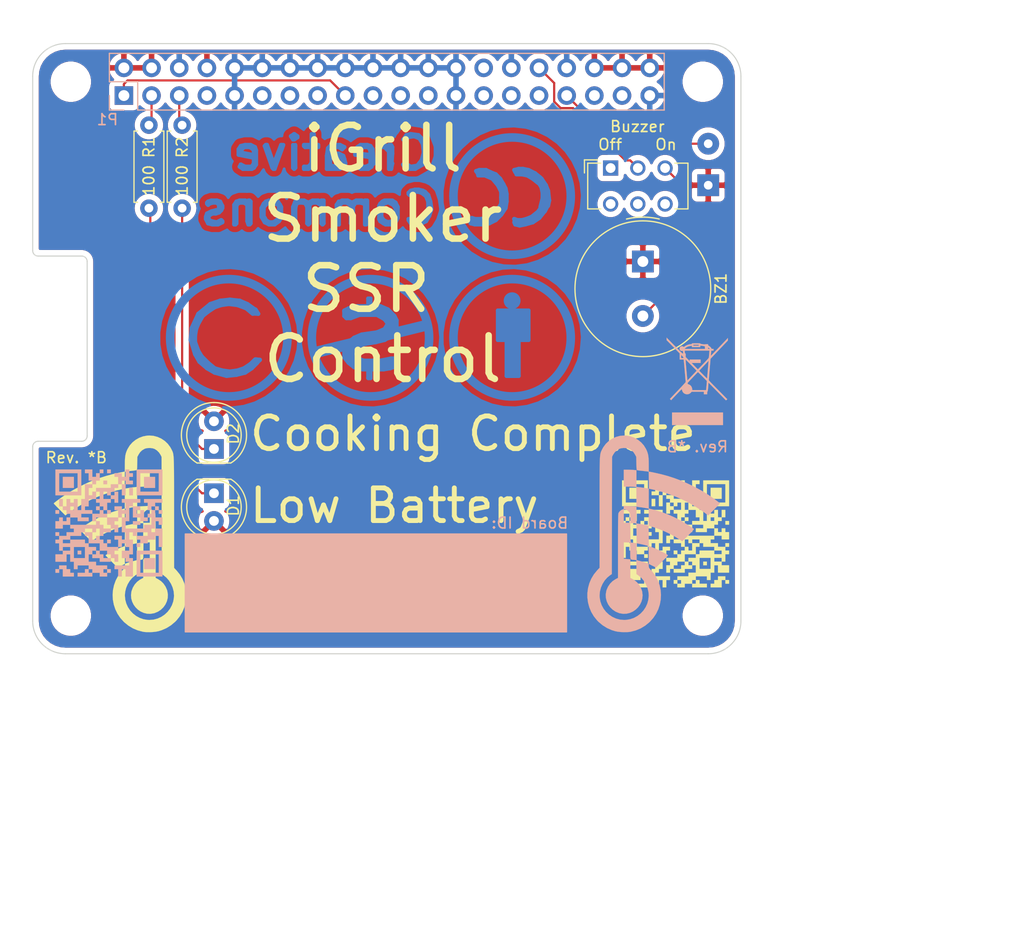
<source format=kicad_pcb>
(kicad_pcb (version 20171130) (host pcbnew "(5.1.2)-2")
  (title_block (title "iGrill Smoker SSR Control") (date 2019-06-26) (rev *B) (company "Redbud Farms") (comment 1 https://creativecommons.org/licenses/by-nc-sa/4.0/) (comment 2 "License: Creative Commons BY-NC-SA") (comment 3 https://git.kins.dev/igrill-smoker/) (comment 4 "Author: Scott Atkins (Scott@kins.dev)"))
  (layers (0 F.Cu signal) (31 B.Cu signal) (34 B.Paste user) (35 F.Paste user) (36 B.SilkS user) (37 F.SilkS user) (38 B.Mask user) (39 F.Mask user) (44 Edge.Cuts user))
  (net 0 "")
  (net 1 +3V3)
  (net 2 +5V)
  (net 3 GND)
  (net 4 /ID_SD)
  (net 5 /ID_SC)
  (net 6 /GPIO5)
  (net 7 /GPIO6)
  (net 8 /GPIO26)
  (net 9 "/GPIO2(SDA1)")
  (net 10 "/GPIO3(SCL1)")
  (net 11 "/GPIO4(GCLK)")
  (net 12 "/GPIO17(GEN0)")
  (net 13 "/GPIO27(GEN2)")
  (net 14 "/GPIO22(GEN3)")
  (net 15 "/GPIO10(SPI0_MOSI)")
  (net 16 "/GPIO9(SPI0_MISO)")
  (net 17 "/GPIO11(SPI0_SCK)")
  (net 18 "/GPIO12(PWM0)")
  (net 19 "/GPIO13(PWM1)")
  (net 20 "/GPIO19(SPI1_MISO)")
  (net 21 "Net-(D1-Pad1)")
  (net 22 "Net-(D2-Pad1)")
  (net 23 "Net-(BZ1-Pad2)")
  (net 24 "Net-(SW1-Pad1)")
  (module Button_Switch_THT:SW_CuK_JS202011CQN_DPDT_Straight (layer F.Cu) (at 70.159 29.223)
    (fp_text reference "Off    On" (at 2.46 -2.159) (layer F.SilkS))
    (fp_text value SW_DPDT_x2)
    (pad 6 thru_hole circle (at 5 3.3) (size 1.4 1.4) (drill 0.9) (layers *.Cu *.Mask))
    (pad 5 thru_hole circle (at 2.5 3.3) (size 1.4 1.4) (drill 0.9) (layers *.Cu *.Mask))
    (pad 4 thru_hole circle (at 0 3.3) (size 1.4 1.4) (drill 0.9) (layers *.Cu *.Mask))
    (pad 3 thru_hole circle (at 5 0) (size 1.4 1.4) (drill 0.9) (layers *.Cu *.Mask) (net 23 "Net-(BZ1-Pad2)"))
    (pad 2 thru_hole circle (at 2.5 0) (size 1.4 1.4) (drill 0.9) (layers *.Cu *.Mask) (net 18 "/GPIO12(PWM0)"))
    (pad 1 thru_hole rect (at 0 0) (size 1.4 1.4) (drill 0.9) (layers *.Cu *.Mask) (net 24 "Net-(SW1-Pad1)"))
  )
  (module Resistor_THT:R_Axial_DIN0207_L6.3mm_D2.5mm_P7.62mm_Horizontal (layer F.Cu) (at 30.836 25.286 270)
    (fp_text reference R2 (at 2.032 0 90) (layer F.SilkS))
    (fp_text value 100 (at 5.08 0 90) (layer F.SilkS))
    (pad 2 thru_hole oval (at 7.62 0 270) (size 1.6 1.6) (drill 0.8) (layers *.Cu *.Mask) (net 22 "Net-(D2-Pad1)"))
    (pad 1 thru_hole circle (at 0 0 270) (size 1.6 1.6) (drill 0.8) (layers *.Cu *.Mask) (net 10 "/GPIO3(SCL1)"))
  )
  (module Resistor_THT:R_Axial_DIN0207_L6.3mm_D2.5mm_P7.62mm_Horizontal (layer F.Cu) (at 27.788 25.286 270)
    (fp_text reference R1 (at 2.032 0 90) (layer F.SilkS))
    (fp_text value 100 (at 5.08 0 90) (layer F.SilkS))
    (pad 2 thru_hole oval (at 7.62 0 270) (size 1.6 1.6) (drill 0.8) (layers *.Cu *.Mask) (net 21 "Net-(D1-Pad1)"))
    (pad 1 thru_hole circle (at 0 0 270) (size 1.6 1.6) (drill 0.8) (layers *.Cu *.Mask) (net 9 "/GPIO2(SDA1)"))
  )
  (module Connector_Wire:SolderWirePad_1x02_P3.81mm_Drill0.8mm (layer F.Cu) (at 79.12 30.8 90)
    (fp_text reference J1 hide)
    (fp_text value Conn_01x02)
    (pad 2 thru_hole circle (at 3.81 0 90) (size 1.99898 1.99898) (drill 0.8001) (layers *.Cu *.Mask) (net 19 "/GPIO13(PWM1)"))
    (pad 1 thru_hole rect (at 0 0 90) (size 1.99898 1.99898) (drill 0.8001) (layers *.Cu *.Mask) (net 2 +5V))
  )
  (module LED_THT:LED_D5.0mm_Clear (layer F.Cu) (at 33.757 55.004 90)
    (fp_text reference D2 (at 1.397 1.778 90) (layer F.SilkS))
    (fp_text value "Cooking Complete" (at 1.397 3.048 180) (layer F.SilkS) (effects (font (size 3 3) (thickness 0.45)) (justify left)))
    (pad 2 thru_hole circle (at 2.54 0 90) (size 1.8 1.8) (drill 0.9) (layers *.Cu *.Mask) (net 2 +5V))
    (pad 1 thru_hole rect (at 0 0 90) (size 1.8 1.8) (drill 0.9) (layers *.Cu *.Mask) (net 22 "Net-(D2-Pad1)"))
  )
  (module LED_THT:LED_D5.0mm (layer F.Cu) (at 33.757 59.068 270)
    (fp_text reference D1 (at 1.143 -1.778 90) (layer F.SilkS))
    (fp_text value "Low Battery" (at 1.143 -3.048 180) (layer F.SilkS) (effects (font (size 3 3) (thickness 0.45)) (justify left)))
    (pad 2 thru_hole circle (at 2.54 0 270) (size 1.8 1.8) (drill 0.9) (layers *.Cu *.Mask) (net 2 +5V))
    (pad 1 thru_hole rect (at 0 0 270) (size 1.8 1.8) (drill 0.9) (layers *.Cu *.Mask) (net 21 "Net-(D1-Pad1)"))
  )
  (module Buzzer_Beeper:Buzzer_TDK_PS1240P02BT_D12.2mm_H6.5mm (layer F.Cu) (at 73.12 37.8 270)
    (fp_text reference BZ1 (at 2.5 -7.17 90) (layer F.SilkS))
    (fp_text value Buzzer)
    (pad 2 thru_hole circle (at 5 0 270) (size 2 2) (drill 1) (layers *.Cu *.Mask) (net 23 "Net-(BZ1-Pad2)"))
    (pad 1 thru_hole rect (at 0 0 270) (size 2 2) (drill 1) (layers *.Cu *.Mask) (net 2 +5V))
  )
  (module Symbol:WEEE-Logo_5.6x8mm_SilkScreen (layer B.Cu) (at 78.12 48.8 180)
    (fp_text reference REF** hide)
    (fp_text value WEEE-Logo_5.6x8mm_SilkScreen hide)
  )
  (module Symbol:Symbol_CC-ShareAlike_CopperTop_Big (layer B.Cu) (at 35.12 44.8 180)
    (fp_text reference REF** hide)
    (fp_text value Symbol_CC-ShareAlike_CopperTop_Big)
    (fp_circle (center 0 0) (end 5.588 0) (layer B.Cu) (width 0.381))
    (fp_circle (center 0 0) (end 5.08 -1.016) (layer B.Cu) (width 0.381))
    (fp_line (start 1.39954 5.19938) (end 0 5.30098) (layer B.Cu) (width 0.381))
    (fp_line (start 2.4003 4.8006) (end 1.39954 5.19938) (layer B.Cu) (width 0.381))
    (fp_line (start 3.40106 4.09956) (end 2.4003 4.8006) (layer B.Cu) (width 0.381))
    (fp_line (start 4.699 2.49936) (end 3.40106 4.09956) (layer B.Cu) (width 0.381))
    (fp_line (start 5.19938 1.39954) (end 4.699 2.49936) (layer B.Cu) (width 0.381))
    (fp_line (start 5.40004 -0.29972) (end 5.19938 1.39954) (layer B.Cu) (width 0.381))
    (fp_line (start 5.00126 -1.80086) (end 5.40004 -0.29972) (layer B.Cu) (width 0.381))
    (fp_line (start 4.20116 -3.40106) (end 5.00126 -1.80086) (layer B.Cu) (width 0.381))
    (fp_line (start 2.60096 -4.699) (end 4.20116 -3.40106) (layer B.Cu) (width 0.381))
    (fp_line (start 1.6002 -5.19938) (end 2.60096 -4.699) (layer B.Cu) (width 0.381))
    (fp_line (start 0.09906 -5.30098) (end 1.6002 -5.19938) (layer B.Cu) (width 0.381))
    (fp_line (start -1.30048 -5.30098) (end 0.09906 -5.30098) (layer B.Cu) (width 0.381))
    (fp_line (start -2.60096 -4.8006) (end -1.30048 -5.30098) (layer B.Cu) (width 0.381))
    (fp_line (start -3.79984 -3.8989) (end -2.60096 -4.8006) (layer B.Cu) (width 0.381))
    (fp_line (start -4.8006 -2.4003) (end -3.79984 -3.8989) (layer B.Cu) (width 0.381))
    (fp_line (start -5.19938 -1.30048) (end -4.8006 -2.4003) (layer B.Cu) (width 0.381))
    (fp_line (start -5.40004 -0.09906) (end -5.19938 -1.30048) (layer B.Cu) (width 0.381))
    (fp_line (start -5.30098 1.09982) (end -5.40004 -0.09906) (layer B.Cu) (width 0.381))
    (fp_line (start -5.00126 2.10058) (end -5.30098 1.09982) (layer B.Cu) (width 0.381))
    (fp_line (start -4.50088 2.99974) (end -5.00126 2.10058) (layer B.Cu) (width 0.381))
    (fp_line (start -4.0005 3.59918) (end -4.50088 2.99974) (layer B.Cu) (width 0.381))
    (fp_line (start -3.29946 4.20116) (end -4.0005 3.59918) (layer B.Cu) (width 0.381))
    (fp_line (start -2.70002 4.699) (end -3.29946 4.20116) (layer B.Cu) (width 0.381))
    (fp_line (start -1.99898 4.89966) (end -2.70002 4.699) (layer B.Cu) (width 0.381))
    (fp_line (start -1.30048 5.10032) (end -1.99898 4.89966) (layer B.Cu) (width 0.381))
    (fp_line (start -0.50038 5.40004) (end -1.30048 5.10032) (layer B.Cu) (width 0.381))
    (fp_line (start 0 5.40004) (end -0.50038 5.40004) (layer B.Cu) (width 0.381))
    (fp_line (start -2.10058 -2.79908) (end -2.60096 -2.30124) (layer B.Cu) (width 0.381))
    (fp_line (start -1.50114 -3.2004) (end -2.10058 -2.79908) (layer B.Cu) (width 0.381))
    (fp_line (start -0.70104 -3.40106) (end -1.50114 -3.2004) (layer B.Cu) (width 0.381))
    (fp_line (start 0.20066 -3.50012) (end -0.70104 -3.40106) (layer B.Cu) (width 0.381))
    (fp_line (start 1.30048 -3.2004) (end 0.20066 -3.50012) (layer B.Cu) (width 0.381))
    (fp_line (start 1.99898 -2.79908) (end 1.30048 -3.2004) (layer B.Cu) (width 0.381))
    (fp_line (start 2.70002 -2.19964) (end 1.99898 -2.79908) (layer B.Cu) (width 0.381))
    (fp_line (start 3.0988 -1.50114) (end 2.70002 -2.19964) (layer B.Cu) (width 0.381))
    (fp_line (start 3.50012 -0.20066) (end 3.0988 -1.50114) (layer B.Cu) (width 0.381))
    (fp_line (start 3.40106 0.89916) (end 3.50012 -0.20066) (layer B.Cu) (width 0.381))
    (fp_line (start 2.79908 2.19964) (end 3.40106 0.89916) (layer B.Cu) (width 0.381))
    (fp_line (start 1.69926 3.0988) (end 2.79908 2.19964) (layer B.Cu) (width 0.381))
    (fp_line (start 0.8001 3.40106) (end 1.69926 3.0988) (layer B.Cu) (width 0.381))
    (fp_line (start -0.09906 3.50012) (end 0.8001 3.40106) (layer B.Cu) (width 0.381))
    (fp_line (start -1.00076 3.40106) (end -0.09906 3.50012) (layer B.Cu) (width 0.381))
    (fp_line (start -1.69926 3.0988) (end -1.00076 3.40106) (layer B.Cu) (width 0.381))
    (fp_line (start -2.4003 2.60096) (end -1.69926 3.0988) (layer B.Cu) (width 0.381))
    (fp_line (start -1.6002 2.70002) (end -2.19964 2.19964) (layer B.Cu) (width 0.381))
    (fp_line (start -0.8001 2.99974) (end -1.6002 2.70002) (layer B.Cu) (width 0.381))
    (fp_line (start 0 3.0988) (end -0.8001 2.99974) (layer B.Cu) (width 0.381))
    (fp_line (start 0.70104 2.99974) (end 0 3.0988) (layer B.Cu) (width 0.381))
    (fp_line (start 1.30048 2.79908) (end 0.70104 2.99974) (layer B.Cu) (width 0.381))
    (fp_line (start 1.89992 2.4003) (end 1.30048 2.79908) (layer B.Cu) (width 0.381))
    (fp_line (start 2.4003 1.99898) (end 1.89992 2.4003) (layer B.Cu) (width 0.381))
    (fp_line (start 2.79908 1.30048) (end 2.4003 1.99898) (layer B.Cu) (width 0.381))
    (fp_line (start 2.99974 0.8001) (end 2.79908 1.30048) (layer B.Cu) (width 0.381))
    (fp_line (start 3.0988 0.20066) (end 2.99974 0.8001) (layer B.Cu) (width 0.381))
    (fp_line (start 3.0988 -0.39878) (end 3.0988 0.20066) (layer B.Cu) (width 0.381))
    (fp_line (start 2.79908 -1.19888) (end 3.0988 -0.39878) (layer B.Cu) (width 0.381))
    (fp_line (start 2.49936 -1.69926) (end 2.79908 -1.19888) (layer B.Cu) (width 0.381))
    (fp_line (start 1.89992 -2.30124) (end 2.49936 -1.69926) (layer B.Cu) (width 0.381))
    (fp_line (start 1.30048 -2.79908) (end 1.89992 -2.30124) (layer B.Cu) (width 0.381))
    (fp_line (start 0.59944 -2.99974) (end 1.30048 -2.79908) (layer B.Cu) (width 0.381))
    (fp_line (start -0.09906 -3.0988) (end 0.59944 -2.99974) (layer B.Cu) (width 0.381))
    (fp_line (start -0.8001 -2.99974) (end -0.09906 -3.0988) (layer B.Cu) (width 0.381))
    (fp_line (start -1.39954 -2.79908) (end -0.8001 -2.99974) (layer B.Cu) (width 0.381))
    (fp_line (start -1.99898 -2.4003) (end -1.39954 -2.79908) (layer B.Cu) (width 0.381))
    (fp_line (start -2.4003 -1.99898) (end -1.99898 -2.4003) (layer B.Cu) (width 0.381))
    (fp_line (start -1.30048 3.0988) (end -2.19964 2.49936) (layer B.Cu) (width 0.381))
    (fp_line (start 0.09906 3.29946) (end -1.30048 3.0988) (layer B.Cu) (width 0.381))
    (fp_line (start 1.50114 2.99974) (end 0.09906 3.29946) (layer B.Cu) (width 0.381))
    (fp_line (start 2.49936 2.19964) (end 1.50114 2.99974) (layer B.Cu) (width 0.381))
    (fp_line (start 3.0988 1.00076) (end 2.49936 2.19964) (layer B.Cu) (width 0.381))
    (fp_line (start 3.29946 -0.20066) (end 3.0988 1.00076) (layer B.Cu) (width 0.381))
    (fp_line (start 2.99974 -1.19888) (end 3.29946 -0.20066) (layer B.Cu) (width 0.381))
    (fp_line (start 2.30124 -2.30124) (end 2.99974 -1.19888) (layer B.Cu) (width 0.381))
    (fp_line (start 1.30048 -2.99974) (end 2.30124 -2.30124) (layer B.Cu) (width 0.381))
    (fp_line (start -0.20066 -3.29946) (end 1.30048 -2.99974) (layer B.Cu) (width 0.381))
    (fp_line (start -1.80086 -2.90068) (end -0.20066 -3.29946) (layer B.Cu) (width 0.381))
    (fp_line (start -1.875 -2.75) (end -1.85 -2.75) (layer B.Cu) (width 0.381))
    (fp_line (start -2.3 -2.375) (end -1.875 -2.75) (layer B.Cu) (width 0.381))
    (fp_line (start -2.85 -2.025) (end -2.45 -1.975) (layer B.Cu) (width 0.381))
    (fp_line (start -2.625 -2.25) (end -2.85 -2.025) (layer B.Cu) (width 0.381))
    (fp_line (start -2.275 2.225) (end -2.4 2.55) (layer B.Cu) (width 0.381))
    (fp_line (start -2.7 2.2) (end -2.275 2.225) (layer B.Cu) (width 0.381))
    (fp_line (start -2.45 2.6) (end -2.7 2.2) (layer B.Cu) (width 0.381))
  )
  (module Symbol:Symbol_CC-Noncommercial_CopperTop_Big (layer B.Cu) (at 48.12 44.8 180)
    (fp_text reference REF** hide)
    (fp_text value Symbol_CC-Noncommercial_CopperTop_Big)
    (fp_circle (center 0 0) (end 5.588 0) (layer B.Cu) (width 0.381))
    (fp_circle (center 0 0) (end 5.08 -1.016) (layer B.Cu) (width 0.381))
    (fp_line (start 1.39954 5.19938) (end 0 5.30098) (layer B.Cu) (width 0.381))
    (fp_line (start 2.4003 4.8006) (end 1.39954 5.19938) (layer B.Cu) (width 0.381))
    (fp_line (start 3.40106 4.09956) (end 2.4003 4.8006) (layer B.Cu) (width 0.381))
    (fp_line (start 4.699 2.49936) (end 3.40106 4.09956) (layer B.Cu) (width 0.381))
    (fp_line (start 5.19938 1.39954) (end 4.699 2.49936) (layer B.Cu) (width 0.381))
    (fp_line (start 5.40004 -0.29972) (end 5.19938 1.39954) (layer B.Cu) (width 0.381))
    (fp_line (start 5.00126 -1.80086) (end 5.40004 -0.29972) (layer B.Cu) (width 0.381))
    (fp_line (start 4.20116 -3.40106) (end 5.00126 -1.80086) (layer B.Cu) (width 0.381))
    (fp_line (start 2.60096 -4.699) (end 4.20116 -3.40106) (layer B.Cu) (width 0.381))
    (fp_line (start 1.6002 -5.19938) (end 2.60096 -4.699) (layer B.Cu) (width 0.381))
    (fp_line (start 0.09906 -5.30098) (end 1.6002 -5.19938) (layer B.Cu) (width 0.381))
    (fp_line (start -1.30048 -5.30098) (end 0.09906 -5.30098) (layer B.Cu) (width 0.381))
    (fp_line (start -2.60096 -4.8006) (end -1.30048 -5.30098) (layer B.Cu) (width 0.381))
    (fp_line (start -3.79984 -3.8989) (end -2.60096 -4.8006) (layer B.Cu) (width 0.381))
    (fp_line (start -4.8006 -2.4003) (end -3.79984 -3.8989) (layer B.Cu) (width 0.381))
    (fp_line (start -5.19938 -1.30048) (end -4.8006 -2.4003) (layer B.Cu) (width 0.381))
    (fp_line (start -5.40004 -0.09906) (end -5.19938 -1.30048) (layer B.Cu) (width 0.381))
    (fp_line (start -5.30098 1.09982) (end -5.40004 -0.09906) (layer B.Cu) (width 0.381))
    (fp_line (start -5.00126 2.10058) (end -5.30098 1.09982) (layer B.Cu) (width 0.381))
    (fp_line (start -4.50088 2.99974) (end -5.00126 2.10058) (layer B.Cu) (width 0.381))
    (fp_line (start -4.0005 3.59918) (end -4.50088 2.99974) (layer B.Cu) (width 0.381))
    (fp_line (start -3.29946 4.20116) (end -4.0005 3.59918) (layer B.Cu) (width 0.381))
    (fp_line (start -2.70002 4.699) (end -3.29946 4.20116) (layer B.Cu) (width 0.381))
    (fp_line (start -1.99898 4.89966) (end -2.70002 4.699) (layer B.Cu) (width 0.381))
    (fp_line (start -1.30048 5.10032) (end -1.99898 4.89966) (layer B.Cu) (width 0.381))
    (fp_line (start -0.50038 5.40004) (end -1.30048 5.10032) (layer B.Cu) (width 0.381))
    (fp_line (start 0 5.40004) (end -0.50038 5.40004) (layer B.Cu) (width 0.381))
    (fp_line (start 1.00076 2.30124) (end 2.10058 2.10058) (layer B.Cu) (width 0.381))
    (fp_line (start -0.09906 2.4003) (end 1.00076 2.30124) (layer B.Cu) (width 0.381))
    (fp_line (start -0.89916 2.30124) (end -0.09906 2.4003) (layer B.Cu) (width 0.381))
    (fp_line (start -1.6002 1.80086) (end -0.89916 2.30124) (layer B.Cu) (width 0.381))
    (fp_line (start -1.89992 1.19888) (end -1.6002 1.80086) (layer B.Cu) (width 0.381))
    (fp_line (start -1.39954 0.50038) (end -1.89992 1.19888) (layer B.Cu) (width 0.381))
    (fp_line (start -0.39878 0.09906) (end -1.39954 0.50038) (layer B.Cu) (width 0.381))
    (fp_line (start -0.20066 0.20066) (end -0.39878 0.09906) (layer B.Cu) (width 0.381))
    (fp_line (start 0.20066 -0.09906) (end -0.20066 0.20066) (layer B.Cu) (width 0.381))
    (fp_line (start 0.20066 0.20066) (end 0.20066 -0.09906) (layer B.Cu) (width 0.381))
    (fp_line (start 0.89916 -0.39878) (end 0.20066 0.20066) (layer B.Cu) (width 0.381))
    (fp_line (start 0.50038 -0.20066) (end 0.89916 -0.39878) (layer B.Cu) (width 0.381))
    (fp_line (start 0.50038 0) (end 0.50038 -0.20066) (layer B.Cu) (width 0.381))
    (fp_line (start 1.39954 -0.29972) (end 0.50038 0) (layer B.Cu) (width 0.381))
    (fp_line (start 1.99898 -0.89916) (end 1.39954 -0.29972) (layer B.Cu) (width 0.381))
    (fp_line (start 1.89992 -1.19888) (end 1.99898 -0.89916) (layer B.Cu) (width 0.381))
    (fp_line (start 2.19964 -1.19888) (end 1.89992 -1.19888) (layer B.Cu) (width 0.381))
    (fp_line (start 1.89992 -1.6002) (end 2.19964 -1.19888) (layer B.Cu) (width 0.381))
    (fp_line (start 2.10058 -1.6002) (end 1.89992 -1.6002) (layer B.Cu) (width 0.381))
    (fp_line (start 1.80086 -2.10058) (end 2.10058 -1.6002) (layer B.Cu) (width 0.381))
    (fp_line (start 0.89916 -2.60096) (end 1.80086 -2.10058) (layer B.Cu) (width 0.381))
    (fp_line (start -0.09906 -2.60096) (end 0.89916 -2.60096) (layer B.Cu) (width 0.381))
    (fp_line (start -1.09982 -2.60096) (end -0.09906 -2.60096) (layer B.Cu) (width 0.381))
    (fp_line (start -2.19964 -2.4003) (end -1.09982 -2.60096) (layer B.Cu) (width 0.381))
    (fp_line (start -2.19964 -2.19964) (end -2.19964 -2.4003) (layer B.Cu) (width 0.381))
    (fp_line (start -1.6002 -2.19964) (end -2.19964 -2.19964) (layer B.Cu) (width 0.381))
    (fp_line (start -0.29972 -2.30124) (end -1.6002 -2.19964) (layer B.Cu) (width 0.381))
    (fp_line (start 0.89916 -2.30124) (end -0.29972 -2.30124) (layer B.Cu) (width 0.381))
    (fp_line (start 1.6002 -1.89992) (end 0.89916 -2.30124) (layer B.Cu) (width 0.381))
    (fp_line (start 1.69926 -1.09982) (end 1.6002 -1.89992) (layer B.Cu) (width 0.381))
    (fp_line (start 1.19888 -0.59944) (end 1.69926 -1.09982) (layer B.Cu) (width 0.381))
    (fp_line (start 0 -0.29972) (end 1.19888 -0.59944) (layer B.Cu) (width 0.381))
    (fp_line (start -1.30048 0.09906) (end 0 -0.29972) (layer B.Cu) (width 0.381))
    (fp_line (start -1.89992 0.70104) (end -1.30048 0.09906) (layer B.Cu) (width 0.381))
    (fp_line (start -2.19964 1.19888) (end -1.89992 0.70104) (layer B.Cu) (width 0.381))
    (fp_line (start -1.89992 1.99898) (end -2.19964 1.19888) (layer B.Cu) (width 0.381))
    (fp_line (start -1.09982 2.60096) (end -1.89992 1.99898) (layer B.Cu) (width 0.381))
    (fp_line (start 0.8001 2.60096) (end -1.09982 2.60096) (layer B.Cu) (width 0.381))
    (fp_line (start 1.89992 2.4003) (end 0.8001 2.60096) (layer B.Cu) (width 0.381))
    (fp_line (start 2.4003 2.4003) (end 1.89992 2.4003) (layer B.Cu) (width 0.381))
    (fp_line (start 2.4003 1.99898) (end 2.4003 2.4003) (layer B.Cu) (width 0.381))
    (fp_line (start 2.19964 1.80086) (end 2.4003 1.99898) (layer B.Cu) (width 0.381))
    (fp_line (start 1.80086 1.80086) (end 2.19964 1.80086) (layer B.Cu) (width 0.381))
    (fp_line (start 1.00076 2.10058) (end 1.80086 1.80086) (layer B.Cu) (width 0.381))
    (fp_line (start -0.59944 2.10058) (end 1.00076 2.10058) (layer B.Cu) (width 0.381))
    (fp_line (start -1.30048 1.69926) (end -0.59944 2.10058) (layer B.Cu) (width 0.381))
    (fp_line (start -1.6002 1.30048) (end -1.30048 1.69926) (layer B.Cu) (width 0.381))
    (fp_line (start -1.30048 0.8001) (end -1.6002 1.30048) (layer B.Cu) (width 0.381))
    (fp_line (start -0.59944 0.50038) (end -1.30048 0.8001) (layer B.Cu) (width 0.381))
    (fp_line (start 0.8001 0.29972) (end -0.59944 0.50038) (layer B.Cu) (width 0.381))
    (fp_line (start 1.50114 0) (end 0.8001 0.29972) (layer B.Cu) (width 0.381))
    (fp_line (start 1.99898 -0.39878) (end 1.50114 0) (layer B.Cu) (width 0.381))
    (fp_line (start 2.4003 -1.00076) (end 1.99898 -0.39878) (layer B.Cu) (width 0.381))
    (fp_line (start 2.4003 -1.80086) (end 2.4003 -1.00076) (layer B.Cu) (width 0.381))
    (fp_line (start 1.99898 -2.30124) (end 2.4003 -1.80086) (layer B.Cu) (width 0.381))
    (fp_line (start 1.50114 -2.70002) (end 1.99898 -2.30124) (layer B.Cu) (width 0.381))
    (fp_line (start 0.70104 -2.90068) (end 1.50114 -2.70002) (layer B.Cu) (width 0.381))
    (fp_line (start -1.19888 -2.90068) (end 0.70104 -2.90068) (layer B.Cu) (width 0.381))
    (fp_line (start -1.80086 -2.79908) (end -1.19888 -2.90068) (layer B.Cu) (width 0.381))
    (fp_line (start -2.4003 -2.60096) (end -1.80086 -2.79908) (layer B.Cu) (width 0.381))
    (fp_line (start -2.4003 -2.10058) (end -2.4003 -2.60096) (layer B.Cu) (width 0.381))
    (fp_line (start -2.19964 -1.89992) (end -2.4003 -2.10058) (layer B.Cu) (width 0.381))
    (fp_line (start -1.89992 -1.89992) (end -2.19964 -1.89992) (layer B.Cu) (width 0.381))
    (fp_line (start -0.89916 -2.10058) (end -1.89992 -1.89992) (layer B.Cu) (width 0.381))
    (fp_line (start 0.59944 -2.10058) (end -0.89916 -2.10058) (layer B.Cu) (width 0.381))
    (fp_line (start 1.19888 -1.89992) (end 0.59944 -2.10058) (layer B.Cu) (width 0.381))
    (fp_line (start 1.50114 -1.6002) (end 1.19888 -1.89992) (layer B.Cu) (width 0.381))
    (fp_line (start 1.50114 -1.19888) (end 1.50114 -1.6002) (layer B.Cu) (width 0.381))
    (fp_line (start 1.19888 -0.89916) (end 1.50114 -1.19888) (layer B.Cu) (width 0.381))
    (fp_line (start 0.70104 -0.59944) (end 1.19888 -0.89916) (layer B.Cu) (width 0.381))
    (fp_line (start -0.50038 -0.39878) (end 0.70104 -0.59944) (layer B.Cu) (width 0.381))
    (fp_line (start -1.30048 -0.20066) (end -0.50038 -0.39878) (layer B.Cu) (width 0.381))
    (fp_line (start -1.80086 0.09906) (end -1.30048 -0.20066) (layer B.Cu) (width 0.381))
    (fp_line (start -2.10058 0.59944) (end -1.80086 0.09906) (layer B.Cu) (width 0.381))
    (fp_line (start -2.4003 1.00076) (end -2.10058 0.59944) (layer B.Cu) (width 0.381))
    (fp_line (start -2.4003 1.6002) (end -2.4003 1.00076) (layer B.Cu) (width 0.381))
    (fp_line (start -2.19964 1.99898) (end -2.4003 1.6002) (layer B.Cu) (width 0.381))
    (fp_line (start -1.6002 2.60096) (end -2.19964 1.99898) (layer B.Cu) (width 0.381))
    (fp_line (start -0.89916 2.90068) (end -1.6002 2.60096) (layer B.Cu) (width 0.381))
    (fp_line (start -0.59944 2.90068) (end -0.89916 2.90068) (layer B.Cu) (width 0.381))
    (fp_line (start 0.50038 2.90068) (end -0.59944 2.90068) (layer B.Cu) (width 0.381))
    (fp_line (start 1.19888 2.90068) (end 0.50038 2.90068) (layer B.Cu) (width 0.381))
    (fp_line (start 1.99898 2.70002) (end 1.19888 2.90068) (layer B.Cu) (width 0.381))
    (fp_line (start 2.4003 2.49936) (end 1.99898 2.70002) (layer B.Cu) (width 0.381))
    (fp_line (start 2.30124 2.4003) (end 2.4003 2.49936) (layer B.Cu) (width 0.381))
    (fp_line (start -5.40004 0.89916) (end 4.699 -1.6002) (layer B.Cu) (width 0.381))
    (fp_line (start -5.30098 1.19888) (end -5.40004 0.89916) (layer B.Cu) (width 0.381))
    (fp_line (start 5.30098 -1.39954) (end -5.30098 1.19888) (layer B.Cu) (width 0.381))
    (fp_line (start 5.40004 -1.09982) (end 5.30098 -1.39954) (layer B.Cu) (width 0.381))
    (fp_line (start -5.30098 1.50114) (end 5.40004 -1.09982) (layer B.Cu) (width 0.381))
    (fp_line (start 0 2.99974) (end 0 3.59918) (layer B.Cu) (width 0.381))
    (fp_line (start 0 -2.79908) (end 0 -3.70078) (layer B.Cu) (width 0.381))
    (fp_line (start 0.20066 3.59918) (end 0.20066 2.99974) (layer B.Cu) (width 0.381))
    (fp_line (start 0 3.59918) (end 0.20066 3.59918) (layer B.Cu) (width 0.381))
    (fp_line (start 0.20066 -3.70078) (end 0.20066 -2.99974) (layer B.Cu) (width 0.381))
    (fp_line (start 0 -3.70078) (end 0.20066 -3.70078) (layer B.Cu) (width 0.381))
  )
  (module Symbol:Symbol_CC-Attribution_CopperTop_Big (layer B.Cu) (at 61.12 44.8 180)
    (fp_text reference REF** hide)
    (fp_text value Symbol_CC-Attribution_CopperTop_Big)
    (fp_circle (center 0 0) (end 5.588 0) (layer B.Cu) (width 0.381))
    (fp_circle (center 0 0) (end 5.08 -1.016) (layer B.Cu) (width 0.381))
    (fp_line (start 1.39954 5.19938) (end 0 5.30098) (layer B.Cu) (width 0.381))
    (fp_line (start 2.4003 4.8006) (end 1.39954 5.19938) (layer B.Cu) (width 0.381))
    (fp_line (start 3.40106 4.09956) (end 2.4003 4.8006) (layer B.Cu) (width 0.381))
    (fp_line (start 4.699 2.49936) (end 3.40106 4.09956) (layer B.Cu) (width 0.381))
    (fp_line (start 5.19938 1.39954) (end 4.699 2.49936) (layer B.Cu) (width 0.381))
    (fp_line (start 5.40004 -0.29972) (end 5.19938 1.39954) (layer B.Cu) (width 0.381))
    (fp_line (start 5.00126 -1.80086) (end 5.40004 -0.29972) (layer B.Cu) (width 0.381))
    (fp_line (start 4.20116 -3.40106) (end 5.00126 -1.80086) (layer B.Cu) (width 0.381))
    (fp_line (start 2.60096 -4.699) (end 4.20116 -3.40106) (layer B.Cu) (width 0.381))
    (fp_line (start 1.6002 -5.19938) (end 2.60096 -4.699) (layer B.Cu) (width 0.381))
    (fp_line (start 0.09906 -5.30098) (end 1.6002 -5.19938) (layer B.Cu) (width 0.381))
    (fp_line (start -1.30048 -5.30098) (end 0.09906 -5.30098) (layer B.Cu) (width 0.381))
    (fp_line (start -2.60096 -4.8006) (end -1.30048 -5.30098) (layer B.Cu) (width 0.381))
    (fp_line (start -3.79984 -3.8989) (end -2.60096 -4.8006) (layer B.Cu) (width 0.381))
    (fp_line (start -4.8006 -2.4003) (end -3.79984 -3.8989) (layer B.Cu) (width 0.381))
    (fp_line (start -5.19938 -1.30048) (end -4.8006 -2.4003) (layer B.Cu) (width 0.381))
    (fp_line (start -5.40004 -0.09906) (end -5.19938 -1.30048) (layer B.Cu) (width 0.381))
    (fp_line (start -5.30098 1.09982) (end -5.40004 -0.09906) (layer B.Cu) (width 0.381))
    (fp_line (start -5.00126 2.10058) (end -5.30098 1.09982) (layer B.Cu) (width 0.381))
    (fp_line (start -4.50088 2.99974) (end -5.00126 2.10058) (layer B.Cu) (width 0.381))
    (fp_line (start -4.0005 3.59918) (end -4.50088 2.99974) (layer B.Cu) (width 0.381))
    (fp_line (start -3.29946 4.20116) (end -4.0005 3.59918) (layer B.Cu) (width 0.381))
    (fp_line (start -2.70002 4.699) (end -3.29946 4.20116) (layer B.Cu) (width 0.381))
    (fp_line (start -1.99898 4.89966) (end -2.70002 4.699) (layer B.Cu) (width 0.381))
    (fp_line (start -1.30048 5.10032) (end -1.99898 4.89966) (layer B.Cu) (width 0.381))
    (fp_line (start -0.50038 5.40004) (end -1.30048 5.10032) (layer B.Cu) (width 0.381))
    (fp_line (start 0 5.40004) (end -0.50038 5.40004) (layer B.Cu) (width 0.381))
    (fp_circle (center 0 3.40106) (end 0.29972 2.90068) (layer B.Cu) (width 0.381))
    (fp_line (start -1.50114 -0.20066) (end -1.50114 2.49936) (layer B.Cu) (width 0.381))
    (fp_line (start 1.30048 -0.20066) (end -1.50114 -0.20066) (layer B.Cu) (width 0.381))
    (fp_line (start 1.30048 2.49936) (end 1.30048 -0.20066) (layer B.Cu) (width 0.381))
    (fp_line (start -1.50114 2.49936) (end 1.30048 2.49936) (layer B.Cu) (width 0.381))
    (fp_line (start -0.59944 -0.29972) (end -0.59944 -3.50012) (layer B.Cu) (width 0.381))
    (fp_line (start 0.50038 -3.50012) (end 0.50038 -0.29972) (layer B.Cu) (width 0.381))
    (fp_line (start -0.59944 -3.50012) (end 0.50038 -3.50012) (layer B.Cu) (width 0.381))
    (fp_line (start 0 3.79984) (end 0 2.99974) (layer B.Cu) (width 0.381))
    (fp_line (start -0.29972 3.79984) (end -0.29972 3.0988) (layer B.Cu) (width 0.381))
    (fp_line (start 0.29972 3.79984) (end 0.29972 2.99974) (layer B.Cu) (width 0.381))
    (fp_line (start -1.39954 2.19964) (end 1.09982 2.19964) (layer B.Cu) (width 0.381))
    (fp_line (start -1.39954 0.09906) (end 1.09982 0.09906) (layer B.Cu) (width 0.381))
    (fp_line (start -1.39954 0.29972) (end -1.39954 0.09906) (layer B.Cu) (width 0.381))
    (fp_line (start 1.09982 0.29972) (end -1.39954 0.29972) (layer B.Cu) (width 0.381))
    (fp_line (start 1.09982 0.50038) (end 1.09982 0.29972) (layer B.Cu) (width 0.381))
    (fp_line (start -1.39954 0.50038) (end 1.09982 0.50038) (layer B.Cu) (width 0.381))
    (fp_line (start -1.39954 0.8001) (end -1.39954 0.50038) (layer B.Cu) (width 0.381))
    (fp_line (start 1.09982 0.8001) (end -1.39954 0.8001) (layer B.Cu) (width 0.381))
    (fp_line (start 1.09982 1.09982) (end 1.09982 0.8001) (layer B.Cu) (width 0.381))
    (fp_line (start -1.30048 1.09982) (end 1.09982 1.09982) (layer B.Cu) (width 0.381))
    (fp_line (start -1.30048 1.30048) (end -1.30048 1.09982) (layer B.Cu) (width 0.381))
    (fp_line (start 1.19888 1.30048) (end -1.30048 1.30048) (layer B.Cu) (width 0.381))
    (fp_line (start 1.19888 1.6002) (end 1.19888 1.30048) (layer B.Cu) (width 0.381))
    (fp_line (start -1.39954 1.6002) (end 1.19888 1.6002) (layer B.Cu) (width 0.381))
    (fp_line (start -1.39954 1.50114) (end -1.39954 1.6002) (layer B.Cu) (width 0.381))
    (fp_line (start -1.39954 1.89992) (end -1.39954 1.50114) (layer B.Cu) (width 0.381))
    (fp_line (start 1.19888 1.89992) (end -1.39954 1.89992) (layer B.Cu) (width 0.381))
    (fp_line (start 0.29972 -3.40106) (end 0.29972 -0.29972) (layer B.Cu) (width 0.381))
    (fp_line (start 0.09906 -3.40106) (end 0.29972 -3.40106) (layer B.Cu) (width 0.381))
    (fp_line (start 0.09906 -0.29972) (end 0.09906 -3.40106) (layer B.Cu) (width 0.381))
    (fp_line (start -0.20066 -0.29972) (end 0.09906 -0.29972) (layer B.Cu) (width 0.381))
    (fp_line (start -0.20066 -3.29946) (end -0.20066 -0.29972) (layer B.Cu) (width 0.381))
    (fp_line (start -0.39878 -3.29946) (end -0.20066 -3.29946) (layer B.Cu) (width 0.381))
    (fp_line (start -0.39878 -0.29972) (end -0.39878 -3.29946) (layer B.Cu) (width 0.381))
  )
  (module Symbol:Symbol_CreativeCommons_CopperTop_Type1_Big (layer B.Cu) (at 61.12 31.8 180)
    (fp_text reference REF** hide)
    (fp_text value Symbol_CreativeCommons_CopperTop_Type1_Big)
    (fp_circle (center 0 0) (end 5.588 0) (layer B.Cu) (width 0.381))
    (fp_circle (center 0 0) (end 5.08 -1.016) (layer B.Cu) (width 0.381))
    (fp_line (start -2.9972 -1.19888) (end -2.59842 -1.19888) (layer B.Cu) (width 0.381))
    (fp_line (start -1.19634 -2.59842) (end -0.69596 -2.70002) (layer B.Cu) (width 0.381))
    (fp_line (start -1.89738 -2.4003) (end -1.19634 -2.59842) (layer B.Cu) (width 0.381))
    (fp_line (start -2.49682 -1.99898) (end -1.89738 -2.4003) (layer B.Cu) (width 0.381))
    (fp_line (start -2.89814 -1.4986) (end -2.49682 -1.99898) (layer B.Cu) (width 0.381))
    (fp_line (start -3.29946 -0.8001) (end -2.99974 -1.39954) (layer B.Cu) (width 0.381))
    (fp_line (start -3.29946 -0.40132) (end -3.2004 -1.00076) (layer B.Cu) (width 0.381))
    (fp_line (start -3.29946 0.29972) (end -3.29946 -0.40132) (layer B.Cu) (width 0.381))
    (fp_line (start -3.0988 0.89916) (end -3.29946 0.29972) (layer B.Cu) (width 0.381))
    (fp_line (start -2.59842 1.6002) (end -3.0988 0.89916) (layer B.Cu) (width 0.381))
    (fp_line (start -2.10058 2.09804) (end -2.59842 1.69926) (layer B.Cu) (width 0.381))
    (fp_line (start -1.4986 2.39776) (end -2.10058 2.09804) (layer B.Cu) (width 0.381))
    (fp_line (start -1.00076 2.49936) (end -1.4986 2.39776) (layer B.Cu) (width 0.381))
    (fp_line (start -0.59944 2.49936) (end -1.00076 2.49936) (layer B.Cu) (width 0.381))
    (fp_line (start -0.20066 2.39776) (end -0.59944 2.49936) (layer B.Cu) (width 0.381))
    (fp_line (start -0.29972 2.19964) (end -0.20066 2.39776) (layer B.Cu) (width 0.381))
    (fp_line (start -0.6985 2.19964) (end -0.29972 2.19964) (layer B.Cu) (width 0.381))
    (fp_line (start -1.19888 2.19964) (end -0.6985 2.19964) (layer B.Cu) (width 0.381))
    (fp_line (start -1.69926 1.99898) (end -1.19888 2.19964) (layer B.Cu) (width 0.381))
    (fp_line (start -2.19964 1.69926) (end -1.69926 1.99898) (layer B.Cu) (width 0.381))
    (fp_line (start -2.70002 1.09982) (end -2.19964 1.6002) (layer B.Cu) (width 0.381))
    (fp_line (start -2.99974 0.8001) (end -2.70002 1.30048) (layer B.Cu) (width 0.381))
    (fp_line (start -3.0988 0) (end -2.99974 0.59944) (layer B.Cu) (width 0.381))
    (fp_line (start -2.99974 -0.70104) (end -3.0988 0) (layer B.Cu) (width 0.381))
    (fp_line (start -2.79908 -1.39954) (end -2.99974 -0.70104) (layer B.Cu) (width 0.381))
    (fp_line (start -2.29616 -1.79832) (end -2.79654 -1.29794) (layer B.Cu) (width 0.381))
    (fp_line (start -1.59766 -2.2987) (end -2.29616 -1.79832) (layer B.Cu) (width 0.381))
    (fp_line (start -0.89662 -2.49936) (end -1.59766 -2.2987) (layer B.Cu) (width 0.381))
    (fp_line (start -0.29718 -2.4003) (end -0.89662 -2.49936) (layer B.Cu) (width 0.381))
    (fp_line (start -0.19812 -2.09804) (end -0.29718 -2.4003) (layer B.Cu) (width 0.381))
    (fp_line (start -0.49784 -2.19964) (end -0.19812 -2.09804) (layer B.Cu) (width 0.381))
    (fp_line (start -0.89662 -2.19964) (end -0.49784 -2.19964) (layer B.Cu) (width 0.381))
    (fp_line (start -1.29794 -2.09804) (end -0.89662 -2.19964) (layer B.Cu) (width 0.381))
    (fp_line (start -1.79578 -1.89992) (end -1.29794 -2.09804) (layer B.Cu) (width 0.381))
    (fp_line (start -2.29616 -1.4986) (end -1.79578 -1.89992) (layer B.Cu) (width 0.381))
    (fp_line (start -2.69748 -1.00076) (end -2.39776 -1.39954) (layer B.Cu) (width 0.381))
    (fp_line (start -2.79908 -0.20066) (end -2.59842 -1.00076) (layer B.Cu) (width 0.381))
    (fp_line (start -2.79908 0.29972) (end -2.79908 -0.20066) (layer B.Cu) (width 0.381))
    (fp_line (start -2.70002 0.8001) (end -2.79908 0.29972) (layer B.Cu) (width 0.381))
    (fp_line (start -2.4003 1.30048) (end -2.70002 0.8001) (layer B.Cu) (width 0.381))
    (fp_line (start -1.89992 1.59766) (end -2.4003 1.19888) (layer B.Cu) (width 0.381))
    (fp_line (start -1.39954 1.89738) (end -1.89992 1.59766) (layer B.Cu) (width 0.381))
    (fp_line (start -0.89916 1.99898) (end -1.39954 1.89738) (layer B.Cu) (width 0.381))
    (fp_line (start -0.39878 1.99898) (end -0.89916 1.99898) (layer B.Cu) (width 0.381))
    (fp_line (start 0.80264 1.09982) (end 0.60198 0.70104) (layer B.Cu) (width 0.381))
    (fp_line (start 1.10236 1.6002) (end 0.80264 1.09982) (layer B.Cu) (width 0.381))
    (fp_line (start 1.50114 2.00152) (end 1.10236 1.6002) (layer B.Cu) (width 0.381))
    (fp_line (start 2.00152 2.20218) (end 1.50114 2.00152) (layer B.Cu) (width 0.381))
    (fp_line (start 2.40284 2.4003) (end 2.00152 2.20218) (layer B.Cu) (width 0.381))
    (fp_line (start 3.00228 2.4003) (end 2.40284 2.4003) (layer B.Cu) (width 0.381))
    (fp_line (start 3.40106 -2.09804) (end 3.70078 -1.99898) (layer B.Cu) (width 0.381))
    (fp_line (start 2.90068 -2.09804) (end 3.40106 -2.09804) (layer B.Cu) (width 0.381))
    (fp_line (start 2.30124 -1.99898) (end 2.90068 -2.09804) (layer B.Cu) (width 0.381))
    (fp_line (start 1.7018 -1.69926) (end 2.30124 -1.99898) (layer B.Cu) (width 0.381))
    (fp_line (start 1.30048 -1.19888) (end 1.7018 -1.69926) (layer B.Cu) (width 0.381))
    (fp_line (start 1.00076 -0.6985) (end 1.30048 -1.19888) (layer B.Cu) (width 0.381))
    (fp_line (start 1.00076 -0.09906) (end 1.00076 -0.6985) (layer B.Cu) (width 0.381))
    (fp_line (start 1.00076 0.40132) (end 1.00076 -0.09906) (layer B.Cu) (width 0.381))
    (fp_line (start 1.30048 1.00076) (end 1.00076 0.40132) (layer B.Cu) (width 0.381))
    (fp_line (start 1.80086 1.6002) (end 1.30048 1.00076) (layer B.Cu) (width 0.381))
    (fp_line (start 2.5019 1.89992) (end 1.80086 1.6002) (layer B.Cu) (width 0.381))
    (fp_line (start 3.10134 1.89992) (end 2.5019 1.89992) (layer B.Cu) (width 0.381))
    (fp_line (start 3.00228 2.10058) (end 3.10134 1.89992) (layer B.Cu) (width 0.381))
    (fp_line (start 2.30124 2.10058) (end 3.00228 2.10058) (layer B.Cu) (width 0.381))
    (fp_line (start 1.60274 1.7018) (end 2.30124 2.10058) (layer B.Cu) (width 0.381))
    (fp_line (start 1.00076 1.00076) (end 1.60274 1.7018) (layer B.Cu) (width 0.381))
    (fp_line (start 0.70104 0.29972) (end 1.00076 1.00076) (layer B.Cu) (width 0.381))
    (fp_line (start 0.80264 -0.6985) (end 0.70104 0.29972) (layer B.Cu) (width 0.381))
    (fp_line (start 1.20142 -1.6002) (end 0.80264 -0.6985) (layer B.Cu) (width 0.381))
    (fp_line (start 1.80086 -2.09804) (end 1.20142 -1.6002) (layer B.Cu) (width 0.381))
    (fp_line (start 2.80162 -2.4003) (end 1.80086 -2.09804) (layer B.Cu) (width 0.381))
    (fp_line (start 3.70078 -2.2987) (end 2.80162 -2.4003) (layer B.Cu) (width 0.381))
    (fp_line (start 3.80238 -2.49936) (end 3.70078 -2.2987) (layer B.Cu) (width 0.381))
    (fp_line (start 3.40106 -2.59842) (end 3.80238 -2.49936) (layer B.Cu) (width 0.381))
    (fp_line (start 3.00228 -2.59842) (end 3.40106 -2.59842) (layer B.Cu) (width 0.381))
    (fp_line (start 2.60096 -2.59842) (end 3.00228 -2.59842) (layer B.Cu) (width 0.381))
    (fp_line (start 2.10058 -2.49936) (end 2.60096 -2.59842) (layer B.Cu) (width 0.381))
    (fp_line (start 1.50114 -2.19964) (end 2.10058 -2.49936) (layer B.Cu) (width 0.381))
    (fp_line (start 1.00076 -1.69926) (end 1.50114 -2.19964) (layer B.Cu) (width 0.381))
    (fp_line (start 0.60198 -1.09982) (end 1.00076 -1.69926) (layer B.Cu) (width 0.381))
    (fp_line (start 0.50292 -0.49784) (end 0.60198 -1.09982) (layer B.Cu) (width 0.381))
    (fp_line (start 0.50292 0.20066) (end 0.50292 -0.49784) (layer B.Cu) (width 0.381))
    (fp_line (start 0.60198 0.70104) (end 0.50292 0.20066) (layer B.Cu) (width 0.381))
    (fp_line (start 1.39954 5.19938) (end 0 5.30098) (layer B.Cu) (width 0.381))
    (fp_line (start 2.4003 4.8006) (end 1.39954 5.19938) (layer B.Cu) (width 0.381))
    (fp_line (start 3.40106 4.09956) (end 2.4003 4.8006) (layer B.Cu) (width 0.381))
    (fp_line (start 4.699 2.49936) (end 3.40106 4.09956) (layer B.Cu) (width 0.381))
    (fp_line (start 5.19938 1.39954) (end 4.699 2.49936) (layer B.Cu) (width 0.381))
    (fp_line (start 5.40004 -0.29972) (end 5.19938 1.39954) (layer B.Cu) (width 0.381))
    (fp_line (start 5.00126 -1.80086) (end 5.40004 -0.29972) (layer B.Cu) (width 0.381))
    (fp_line (start 4.20116 -3.40106) (end 5.00126 -1.80086) (layer B.Cu) (width 0.381))
    (fp_line (start 2.60096 -4.699) (end 4.20116 -3.40106) (layer B.Cu) (width 0.381))
    (fp_line (start 1.6002 -5.19938) (end 2.60096 -4.699) (layer B.Cu) (width 0.381))
    (fp_line (start 0.09906 -5.30098) (end 1.6002 -5.19938) (layer B.Cu) (width 0.381))
    (fp_line (start -1.30048 -5.30098) (end 0.09906 -5.30098) (layer B.Cu) (width 0.381))
    (fp_line (start -2.60096 -4.8006) (end -1.30048 -5.30098) (layer B.Cu) (width 0.381))
    (fp_line (start -3.79984 -3.8989) (end -2.60096 -4.8006) (layer B.Cu) (width 0.381))
    (fp_line (start -4.8006 -2.4003) (end -3.79984 -3.8989) (layer B.Cu) (width 0.381))
    (fp_line (start -5.19938 -1.30048) (end -4.8006 -2.4003) (layer B.Cu) (width 0.381))
    (fp_line (start -5.40004 -0.09906) (end -5.19938 -1.30048) (layer B.Cu) (width 0.381))
    (fp_line (start -5.30098 1.09982) (end -5.40004 -0.09906) (layer B.Cu) (width 0.381))
    (fp_line (start -5.00126 2.10058) (end -5.30098 1.09982) (layer B.Cu) (width 0.381))
    (fp_line (start -4.50088 2.99974) (end -5.00126 2.10058) (layer B.Cu) (width 0.381))
    (fp_line (start -4.0005 3.59918) (end -4.50088 2.99974) (layer B.Cu) (width 0.381))
    (fp_line (start -3.29946 4.20116) (end -4.0005 3.59918) (layer B.Cu) (width 0.381))
    (fp_line (start -2.70002 4.699) (end -3.29946 4.20116) (layer B.Cu) (width 0.381))
    (fp_line (start -1.99898 4.89966) (end -2.70002 4.699) (layer B.Cu) (width 0.381))
    (fp_line (start -1.30048 5.10032) (end -1.99898 4.89966) (layer B.Cu) (width 0.381))
    (fp_line (start -0.50038 5.40004) (end -1.30048 5.10032) (layer B.Cu) (width 0.381))
    (fp_line (start 0 5.40004) (end -0.50038 5.40004) (layer B.Cu) (width 0.381))
    (fp_line (start 3.29946 2.30124) (end 3.0988 1.99898) (layer B.Cu) (width 0.381))
    (fp_line (start 2.99974 2.4003) (end 3.29946 2.30124) (layer B.Cu) (width 0.381))
    (fp_line (start 3.70078 -2.10058) (end 3.79984 -2.4003) (layer B.Cu) (width 0.381))
    (fp_line (start -0.19812 -2.4003) (end -0.29718 -2.59842) (layer B.Cu) (width 0.381))
    (fp_line (start -3.40106 -0.39878) (end -3.29946 -0.89916) (layer B.Cu) (width 0.381))
    (fp_line (start -3.29946 0.50038) (end -3.40106 -0.39878) (layer B.Cu) (width 0.381))
    (fp_line (start -3.0988 1.00076) (end -3.29946 0.50038) (layer B.Cu) (width 0.381))
    (fp_line (start -2.70002 1.6002) (end -3.0988 1.00076) (layer B.Cu) (width 0.381))
    (fp_line (start -2.49936 1.69926) (end -2.70002 1.6002) (layer B.Cu) (width 0.381))
    (fp_line (start -0.29972 -2.60096) (end -0.20066 -2.10058) (layer B.Cu) (width 0.381))
    (fp_line (start -0.70104 -2.70002) (end -0.29972 -2.60096) (layer B.Cu) (width 0.381))
    (fp_line (start 9.79932 5.19938) (end 9.99998 5.19938) (layer B.Cu) (width 0.381))
    (fp_line (start 9.6012 5.40004) (end 9.79932 5.19938) (layer B.Cu) (width 0.381))
    (fp_line (start 8.99922 5.4991) (end 9.6012 5.40004) (layer B.Cu) (width 0.381))
    (fp_line (start 8.49884 5.30098) (end 8.99922 5.4991) (layer B.Cu) (width 0.381))
    (fp_line (start 8.19912 4.8006) (end 8.49884 5.30098) (layer B.Cu) (width 0.381))
    (fp_line (start 8.10006 4.0005) (end 8.19912 4.8006) (layer B.Cu) (width 0.381))
    (fp_line (start 8.30072 3.29946) (end 8.10006 4.0005) (layer B.Cu) (width 0.381))
    (fp_line (start 8.6995 2.79908) (end 8.30072 3.29946) (layer B.Cu) (width 0.381))
    (fp_line (start 9.29894 2.70002) (end 8.6995 2.79908) (layer B.Cu) (width 0.381))
    (fp_line (start 9.79932 2.99974) (end 9.29894 2.70002) (layer B.Cu) (width 0.381))
    (fp_line (start 9.99998 2.90068) (end 9.79932 2.99974) (layer B.Cu) (width 0.381))
    (fp_line (start 9.90092 2.70002) (end 9.99998 2.90068) (layer B.Cu) (width 0.381))
    (fp_line (start 9.40054 2.49936) (end 9.90092 2.70002) (layer B.Cu) (width 0.381))
    (fp_line (start 8.90016 2.49936) (end 9.40054 2.49936) (layer B.Cu) (width 0.381))
    (fp_line (start 8.19912 2.90068) (end 8.90016 2.49936) (layer B.Cu) (width 0.381))
    (fp_line (start 7.8994 3.79984) (end 8.19912 2.90068) (layer B.Cu) (width 0.381))
    (fp_line (start 7.8994 4.39928) (end 7.8994 3.79984) (layer B.Cu) (width 0.381))
    (fp_line (start 8.19912 5.19938) (end 7.8994 4.39928) (layer B.Cu) (width 0.381))
    (fp_line (start 8.60044 5.6007) (end 8.19912 5.19938) (layer B.Cu) (width 0.381))
    (fp_line (start 9.29894 5.69976) (end 8.60044 5.6007) (layer B.Cu) (width 0.381))
    (fp_line (start 9.70026 5.6007) (end 9.29894 5.69976) (layer B.Cu) (width 0.381))
    (fp_line (start 9.90092 5.30098) (end 9.70026 5.6007) (layer B.Cu) (width 0.381))
    (fp_line (start 11.50112 4.30022) (end 11.30046 4.09956) (layer B.Cu) (width 0.381))
    (fp_line (start 11.69924 4.50088) (end 11.50112 4.30022) (layer B.Cu) (width 0.381))
    (fp_line (start 12.10056 4.50088) (end 11.69924 4.50088) (layer B.Cu) (width 0.381))
    (fp_line (start 12.10056 4.699) (end 12.10056 4.50088) (layer B.Cu) (width 0.381))
    (fp_line (start 11.69924 4.699) (end 12.10056 4.699) (layer B.Cu) (width 0.381))
    (fp_line (start 11.30046 4.50088) (end 11.69924 4.699) (layer B.Cu) (width 0.381))
    (fp_line (start 11.30046 4.699) (end 11.30046 4.50088) (layer B.Cu) (width 0.381))
    (fp_line (start 11.30046 2.49936) (end 11.30046 4.699) (layer B.Cu) (width 0.381))
    (fp_line (start 11.00074 2.99974) (end 11.30046 2.49936) (layer B.Cu) (width 0.381))
    (fp_line (start 11.0998 2.49936) (end 11.00074 2.99974) (layer B.Cu) (width 0.381))
    (fp_line (start 11.00074 3.8989) (end 11.0998 2.49936) (layer B.Cu) (width 0.381))
    (fp_line (start 11.00074 4.50088) (end 11.00074 3.8989) (layer B.Cu) (width 0.381))
    (fp_line (start 11.0998 4.699) (end 11.00074 4.50088) (layer B.Cu) (width 0.381))
    (fp_line (start 14.3002 2.70002) (end 14.20114 2.79908) (layer B.Cu) (width 0.381))
    (fp_line (start 13.89888 2.49936) (end 14.3002 2.70002) (layer B.Cu) (width 0.381))
    (fp_line (start 13.20038 2.49936) (end 13.89888 2.49936) (layer B.Cu) (width 0.381))
    (fp_line (start 12.90066 2.70002) (end 13.20038 2.49936) (layer B.Cu) (width 0.381))
    (fp_line (start 12.99972 2.70002) (end 12.90066 2.70002) (layer B.Cu) (width 0.381))
    (fp_line (start 12.7 2.99974) (end 12.99972 2.70002) (layer B.Cu) (width 0.381))
    (fp_line (start 12.79906 4.30022) (end 12.7 2.99974) (layer B.Cu) (width 0.381))
    (fp_line (start 12.99972 4.59994) (end 12.79906 4.30022) (layer B.Cu) (width 0.381))
    (fp_line (start 13.29944 4.699) (end 12.99972 4.59994) (layer B.Cu) (width 0.381))
    (fp_line (start 13.89888 4.699) (end 13.29944 4.699) (layer B.Cu) (width 0.381))
    (fp_line (start 14.20114 4.50088) (end 13.89888 4.699) (layer B.Cu) (width 0.381))
    (fp_line (start 14.39926 4.20116) (end 14.20114 4.50088) (layer B.Cu) (width 0.381))
    (fp_line (start 14.39926 3.79984) (end 14.39926 4.20116) (layer B.Cu) (width 0.381))
    (fp_line (start 13.20038 3.59918) (end 14.39926 3.79984) (layer B.Cu) (width 0.381))
    (fp_line (start 13.20038 3.79984) (end 13.20038 3.59918) (layer B.Cu) (width 0.381))
    (fp_line (start 14.09954 3.8989) (end 13.20038 3.79984) (layer B.Cu) (width 0.381))
    (fp_line (start 14.20114 4.09956) (end 14.09954 3.8989) (layer B.Cu) (width 0.381))
    (fp_line (start 14.09954 4.30022) (end 14.20114 4.09956) (layer B.Cu) (width 0.381))
    (fp_line (start 13.89888 4.50088) (end 14.09954 4.30022) (layer B.Cu) (width 0.381))
    (fp_line (start 13.59916 4.50088) (end 13.89888 4.50088) (layer B.Cu) (width 0.381))
    (fp_line (start 13.29944 4.50088) (end 13.59916 4.50088) (layer B.Cu) (width 0.381))
    (fp_line (start 13.09878 4.39928) (end 13.29944 4.50088) (layer B.Cu) (width 0.381))
    (fp_line (start 12.99972 4.09956) (end 13.09878 4.39928) (layer B.Cu) (width 0.381))
    (fp_line (start 12.99972 3.40106) (end 12.99972 4.09956) (layer B.Cu) (width 0.381))
    (fp_line (start 12.99972 2.90068) (end 12.99972 3.40106) (layer B.Cu) (width 0.381))
    (fp_line (start 13.40104 2.70002) (end 12.99972 2.90068) (layer B.Cu) (width 0.381))
    (fp_line (start 13.89888 2.70002) (end 13.40104 2.70002) (layer B.Cu) (width 0.381))
    (fp_line (start 14.09954 2.90068) (end 13.89888 2.70002) (layer B.Cu) (width 0.381))
    (fp_line (start 15.60068 4.30022) (end 15.40002 4.50088) (layer B.Cu) (width 0.381))
    (fp_line (start 15.9004 4.50088) (end 15.60068 4.30022) (layer B.Cu) (width 0.381))
    (fp_line (start 16.49984 4.50088) (end 15.9004 4.50088) (layer B.Cu) (width 0.381))
    (fp_line (start 16.7005 4.20116) (end 16.49984 4.50088) (layer B.Cu) (width 0.381))
    (fp_line (start 16.7005 3.8989) (end 16.7005 4.20116) (layer B.Cu) (width 0.381))
    (fp_line (start 15.9004 3.8989) (end 16.7005 3.8989) (layer B.Cu) (width 0.381))
    (fp_line (start 15.49908 3.70078) (end 15.9004 3.8989) (layer B.Cu) (width 0.381))
    (fp_line (start 15.40002 3.40106) (end 15.49908 3.70078) (layer B.Cu) (width 0.381))
    (fp_line (start 15.30096 2.99974) (end 15.40002 3.40106) (layer B.Cu) (width 0.381))
    (fp_line (start 15.49908 2.70002) (end 15.30096 2.99974) (layer B.Cu) (width 0.381))
    (fp_line (start 15.7988 2.49936) (end 15.49908 2.70002) (layer B.Cu) (width 0.381))
    (fp_line (start 17.00022 2.49936) (end 15.7988 2.49936) (layer B.Cu) (width 0.381))
    (fp_line (start 17.00022 3.70078) (end 17.00022 2.49936) (layer B.Cu) (width 0.381))
    (fp_line (start 16.90116 4.39928) (end 17.00022 3.70078) (layer B.Cu) (width 0.381))
    (fp_line (start 16.7005 4.59994) (end 16.90116 4.39928) (layer B.Cu) (width 0.381))
    (fp_line (start 16.40078 4.699) (end 16.7005 4.59994) (layer B.Cu) (width 0.381))
    (fp_line (start 15.7988 4.699) (end 16.40078 4.699) (layer B.Cu) (width 0.381))
    (fp_line (start 15.40002 4.50088) (end 15.7988 4.699) (layer B.Cu) (width 0.381))
    (fp_line (start 15.9004 3.59918) (end 16.49984 3.59918) (layer B.Cu) (width 0.381))
    (fp_line (start 15.69974 3.50012) (end 15.9004 3.59918) (layer B.Cu) (width 0.381))
    (fp_line (start 15.49908 3.29946) (end 15.69974 3.50012) (layer B.Cu) (width 0.381))
    (fp_line (start 15.60068 3.0988) (end 15.49908 3.29946) (layer B.Cu) (width 0.381))
    (fp_line (start 15.69974 2.79908) (end 15.60068 3.0988) (layer B.Cu) (width 0.381))
    (fp_line (start 15.9004 2.70002) (end 15.69974 2.79908) (layer B.Cu) (width 0.381))
    (fp_line (start 16.7005 2.79908) (end 15.9004 2.70002) (layer B.Cu) (width 0.381))
    (fp_line (start 16.7005 3.59918) (end 16.7005 2.79908) (layer B.Cu) (width 0.381))
    (fp_line (start 18.39976 3.0988) (end 18.39976 5.69976) (layer B.Cu) (width 0.381))
    (fp_line (start 18.49882 2.90068) (end 18.39976 3.0988) (layer B.Cu) (width 0.381))
    (fp_line (start 18.69948 2.70002) (end 18.49882 2.90068) (layer B.Cu) (width 0.381))
    (fp_line (start 19.1008 2.70002) (end 18.69948 2.70002) (layer B.Cu) (width 0.381))
    (fp_line (start 19.1008 2.49936) (end 19.1008 2.70002) (layer B.Cu) (width 0.381))
    (fp_line (start 18.69948 2.49936) (end 19.1008 2.49936) (layer B.Cu) (width 0.381))
    (fp_line (start 18.3007 2.70002) (end 18.69948 2.49936) (layer B.Cu) (width 0.381))
    (fp_line (start 18.1991 2.99974) (end 18.3007 2.70002) (layer B.Cu) (width 0.381))
    (fp_line (start 18.1991 4.89966) (end 18.1991 2.99974) (layer B.Cu) (width 0.381))
    (fp_line (start 18.1991 5.69976) (end 18.1991 4.89966) (layer B.Cu) (width 0.381))
    (fp_line (start 19.1008 4.699) (end 18.49882 4.699) (layer B.Cu) (width 0.381))
    (fp_line (start 19.1008 4.59994) (end 19.1008 4.699) (layer B.Cu) (width 0.381))
    (fp_line (start 18.9992 4.50088) (end 19.1008 4.59994) (layer B.Cu) (width 0.381))
    (fp_line (start 17.80032 4.50088) (end 18.9992 4.50088) (layer B.Cu) (width 0.381))
    (fp_line (start 17.80032 4.699) (end 17.80032 4.50088) (layer B.Cu) (width 0.381))
    (fp_line (start 18.1991 4.699) (end 17.80032 4.699) (layer B.Cu) (width 0.381))
    (fp_line (start 19.70024 5.40004) (end 19.9009 5.40004) (layer B.Cu) (width 0.381))
    (fp_line (start 19.99996 5.19938) (end 19.70024 5.40004) (layer B.Cu) (width 0.381))
    (fp_line (start 20.09902 5.19938) (end 19.99996 5.19938) (layer B.Cu) (width 0.381))
    (fp_line (start 20.29968 5.4991) (end 20.09902 5.19938) (layer B.Cu) (width 0.381))
    (fp_line (start 19.99996 5.69976) (end 20.29968 5.4991) (layer B.Cu) (width 0.381))
    (fp_line (start 19.70024 5.4991) (end 19.99996 5.69976) (layer B.Cu) (width 0.381))
    (fp_line (start 20.09902 4.59994) (end 20.09902 4.699) (layer B.Cu) (width 0.381))
    (fp_line (start 20.09902 2.60096) (end 20.09902 4.59994) (layer B.Cu) (width 0.381))
    (fp_line (start 19.99996 2.49936) (end 20.09902 2.60096) (layer B.Cu) (width 0.381))
    (fp_line (start 19.9009 2.60096) (end 19.99996 2.49936) (layer B.Cu) (width 0.381))
    (fp_line (start 19.9009 4.59994) (end 19.9009 2.60096) (layer B.Cu) (width 0.381))
    (fp_line (start 19.9009 4.699) (end 19.9009 4.59994) (layer B.Cu) (width 0.381))
    (fp_line (start 21.19884 4.699) (end 21.09978 4.699) (layer B.Cu) (width 0.381))
    (fp_line (start 21.69922 3.40106) (end 21.19884 4.699) (layer B.Cu) (width 0.381))
    (fp_line (start 21.80082 3.29946) (end 21.69922 3.40106) (layer B.Cu) (width 0.381))
    (fp_line (start 21.89988 2.99974) (end 21.80082 3.29946) (layer B.Cu) (width 0.381))
    (fp_line (start 22.49932 4.699) (end 21.89988 2.99974) (layer B.Cu) (width 0.381))
    (fp_line (start 22.60092 4.699) (end 22.49932 4.699) (layer B.Cu) (width 0.381))
    (fp_line (start 22.69998 4.59994) (end 22.60092 4.699) (layer B.Cu) (width 0.381))
    (fp_line (start 21.99894 2.60096) (end 22.69998 4.59994) (layer B.Cu) (width 0.381))
    (fp_line (start 21.89988 2.49936) (end 21.99894 2.60096) (layer B.Cu) (width 0.381))
    (fp_line (start 21.80082 2.49936) (end 21.89988 2.49936) (layer B.Cu) (width 0.381))
    (fp_line (start 21.00072 4.699) (end 21.80082 2.49936) (layer B.Cu) (width 0.381))
    (fp_line (start 24.89962 4.0005) (end 23.89886 3.79984) (layer B.Cu) (width 0.381))
    (fp_line (start 24.80056 4.30022) (end 24.89962 4.0005) (layer B.Cu) (width 0.381))
    (fp_line (start 24.5999 4.50088) (end 24.80056 4.30022) (layer B.Cu) (width 0.381))
    (fp_line (start 24.09952 4.50088) (end 24.5999 4.50088) (layer B.Cu) (width 0.381))
    (fp_line (start 23.89886 4.39928) (end 24.09952 4.50088) (layer B.Cu) (width 0.381))
    (fp_line (start 23.70074 4.20116) (end 23.89886 4.39928) (layer B.Cu) (width 0.381))
    (fp_line (start 23.70074 3.8989) (end 23.70074 4.20116) (layer B.Cu) (width 0.381))
    (fp_line (start 23.59914 3.50012) (end 23.70074 3.8989) (layer B.Cu) (width 0.381))
    (fp_line (start 25.10028 3.79984) (end 23.59914 3.50012) (layer B.Cu) (width 0.381))
    (fp_line (start 25.10028 4.30022) (end 25.10028 3.79984) (layer B.Cu) (width 0.381))
    (fp_line (start 24.89962 4.59994) (end 25.10028 4.30022) (layer B.Cu) (width 0.381))
    (fp_line (start 24.50084 4.699) (end 24.89962 4.59994) (layer B.Cu) (width 0.381))
    (fp_line (start 24.00046 4.699) (end 24.50084 4.699) (layer B.Cu) (width 0.381))
    (fp_line (start 23.59914 4.50088) (end 24.00046 4.699) (layer B.Cu) (width 0.381))
    (fp_line (start 23.50008 4.20116) (end 23.59914 4.50088) (layer B.Cu) (width 0.381))
    (fp_line (start 23.50008 2.90068) (end 23.50008 4.20116) (layer B.Cu) (width 0.381))
    (fp_line (start 23.70074 2.60096) (end 23.50008 2.90068) (layer B.Cu) (width 0.381))
    (fp_line (start 23.89886 2.49936) (end 23.70074 2.60096) (layer B.Cu) (width 0.381))
    (fp_line (start 24.20112 2.49936) (end 23.89886 2.49936) (layer B.Cu) (width 0.381))
    (fp_line (start 24.69896 2.49936) (end 24.20112 2.49936) (layer B.Cu) (width 0.381))
    (fp_line (start 25.00122 2.70002) (end 24.69896 2.49936) (layer B.Cu) (width 0.381))
    (fp_line (start 24.89962 2.90068) (end 25.00122 2.70002) (layer B.Cu) (width 0.381))
    (fp_line (start 23.70074 2.99974) (end 23.70074 3.50012) (layer B.Cu) (width 0.381))
    (fp_line (start 23.89886 2.70002) (end 23.70074 2.99974) (layer B.Cu) (width 0.381))
    (fp_line (start 24.50084 2.70002) (end 23.89886 2.70002) (layer B.Cu) (width 0.381))
    (fp_line (start 24.89962 2.90068) (end 24.50084 2.70002) (layer B.Cu) (width 0.381))
    (fp_line (start 9.40054 0.09906) (end 9.4996 0.20066) (layer B.Cu) (width 0.381))
    (fp_line (start 9.29894 0.20066) (end 9.40054 0.09906) (layer B.Cu) (width 0.381))
    (fp_line (start 8.99922 0.39878) (end 9.29894 0.20066) (layer B.Cu) (width 0.381))
    (fp_line (start 8.60044 0.39878) (end 8.99922 0.39878) (layer B.Cu) (width 0.381))
    (fp_line (start 8.30072 0.29972) (end 8.60044 0.39878) (layer B.Cu) (width 0.381))
    (fp_line (start 7.8994 0) (end 8.30072 0.29972) (layer B.Cu) (width 0.381))
    (fp_line (start 7.69874 -0.50038) (end 7.8994 0) (layer B.Cu) (width 0.381))
    (fp_line (start 7.69874 -1.19888) (end 7.69874 -0.50038) (layer B.Cu) (width 0.381))
    (fp_line (start 7.80034 -1.69926) (end 7.69874 -1.19888) (layer B.Cu) (width 0.381))
    (fp_line (start 8.001 -1.99898) (end 7.80034 -1.69926) (layer B.Cu) (width 0.381))
    (fp_line (start 8.30072 -2.30124) (end 8.001 -1.99898) (layer B.Cu) (width 0.381))
    (fp_line (start 8.6995 -2.4003) (end 8.30072 -2.30124) (layer B.Cu) (width 0.381))
    (fp_line (start 9.10082 -2.30124) (end 8.6995 -2.4003) (layer B.Cu) (width 0.381))
    (fp_line (start 9.29894 -2.10058) (end 9.10082 -2.30124) (layer B.Cu) (width 0.381))
    (fp_line (start 9.4996 -2.10058) (end 9.29894 -2.10058) (layer B.Cu) (width 0.381))
    (fp_line (start 9.4996 -2.19964) (end 9.4996 -2.10058) (layer B.Cu) (width 0.381))
    (fp_line (start 9.29894 -2.49936) (end 9.4996 -2.19964) (layer B.Cu) (width 0.381))
    (fp_line (start 8.90016 -2.60096) (end 9.29894 -2.49936) (layer B.Cu) (width 0.381))
    (fp_line (start 8.49884 -2.60096) (end 8.90016 -2.60096) (layer B.Cu) (width 0.381))
    (fp_line (start 7.8994 -2.30124) (end 8.49884 -2.60096) (layer B.Cu) (width 0.381))
    (fp_line (start 7.59968 -1.80086) (end 7.8994 -2.30124) (layer B.Cu) (width 0.381))
    (fp_line (start 7.39902 -1.19888) (end 7.59968 -1.80086) (layer B.Cu) (width 0.381))
    (fp_line (start 7.50062 -0.50038) (end 7.39902 -1.19888) (layer B.Cu) (width 0.381))
    (fp_line (start 7.69874 0.09906) (end 7.50062 -0.50038) (layer B.Cu) (width 0.381))
    (fp_line (start 8.001 0.39878) (end 7.69874 0.09906) (layer B.Cu) (width 0.381))
    (fp_line (start 8.19912 0.50038) (end 8.001 0.39878) (layer B.Cu) (width 0.381))
    (fp_line (start 8.60044 0.59944) (end 8.19912 0.50038) (layer B.Cu) (width 0.381))
    (fp_line (start 8.90016 0.59944) (end 8.60044 0.59944) (layer B.Cu) (width 0.381))
    (fp_line (start 9.29894 0.50038) (end 8.90016 0.59944) (layer B.Cu) (width 0.381))
    (fp_line (start 9.4996 0.29972) (end 9.29894 0.50038) (layer B.Cu) (width 0.381))
    (fp_line (start 9.4996 0.20066) (end 9.4996 0.29972) (layer B.Cu) (width 0.381))
    (fp_line (start 11.0998 -0.39878) (end 11.60018 -0.39878) (layer B.Cu) (width 0.381))
    (fp_line (start 10.70102 -0.59944) (end 11.00074 -0.39878) (layer B.Cu) (width 0.381))
    (fp_line (start 10.50036 -1.00076) (end 10.70102 -0.59944) (layer B.Cu) (width 0.381))
    (fp_line (start 10.50036 -1.99898) (end 10.50036 -1.00076) (layer B.Cu) (width 0.381))
    (fp_line (start 10.70102 -2.4003) (end 10.50036 -1.99898) (layer B.Cu) (width 0.381))
    (fp_line (start 11.0998 -2.60096) (end 10.70102 -2.4003) (layer B.Cu) (width 0.381))
    (fp_line (start 11.60018 -2.60096) (end 11.0998 -2.60096) (layer B.Cu) (width 0.381))
    (fp_line (start 11.80084 -2.49936) (end 11.60018 -2.60096) (layer B.Cu) (width 0.381))
    (fp_line (start 12.10056 -2.30124) (end 11.80084 -2.49936) (layer B.Cu) (width 0.381))
    (fp_line (start 12.19962 -2.10058) (end 12.10056 -2.30124) (layer B.Cu) (width 0.381))
    (fp_line (start 12.19962 -0.89916) (end 12.19962 -2.10058) (layer B.Cu) (width 0.381))
    (fp_line (start 12.10056 -0.70104) (end 12.19962 -0.89916) (layer B.Cu) (width 0.381))
    (fp_line (start 11.8999 -0.50038) (end 12.10056 -0.70104) (layer B.Cu) (width 0.381))
    (fp_line (start 11.69924 -0.39878) (end 11.8999 -0.50038) (layer B.Cu) (width 0.381))
    (fp_line (start 10.89914 -0.8001) (end 11.30046 -0.59944) (layer B.Cu) (width 0.381))
    (fp_line (start 10.70102 -1.09982) (end 10.89914 -0.8001) (layer B.Cu) (width 0.381))
    (fp_line (start 10.70102 -1.89992) (end 10.70102 -1.09982) (layer B.Cu) (width 0.381))
    (fp_line (start 10.80008 -2.10058) (end 10.70102 -1.89992) (layer B.Cu) (width 0.381))
    (fp_line (start 10.70102 -2.10058) (end 10.80008 -2.10058) (layer B.Cu) (width 0.381))
    (fp_line (start 11.00074 -2.30124) (end 10.70102 -2.10058) (layer B.Cu) (width 0.381))
    (fp_line (start 11.39952 -2.4003) (end 11.00074 -2.30124) (layer B.Cu) (width 0.381))
    (fp_line (start 11.80084 -2.19964) (end 11.39952 -2.4003) (layer B.Cu) (width 0.381))
    (fp_line (start 11.99896 -1.89992) (end 11.80084 -2.19964) (layer B.Cu) (width 0.381))
    (fp_line (start 11.99896 -1.00076) (end 11.99896 -1.89992) (layer B.Cu) (width 0.381))
    (fp_line (start 11.80084 -0.70104) (end 11.99896 -1.00076) (layer B.Cu) (width 0.381))
    (fp_line (start 11.50112 -0.59944) (end 11.80084 -0.70104) (layer B.Cu) (width 0.381))
    (fp_line (start 11.19886 -0.50038) (end 11.50112 -0.59944) (layer B.Cu) (width 0.381))
    (fp_line (start 13.5001 -0.39878) (end 13.40104 -0.39878) (layer B.Cu) (width 0.381))
    (fp_line (start 13.5001 -2.49936) (end 13.5001 -0.39878) (layer B.Cu) (width 0.381))
    (fp_line (start 13.5001 -2.60096) (end 13.5001 -2.49936) (layer B.Cu) (width 0.381))
    (fp_line (start 13.40104 -2.60096) (end 13.5001 -2.60096) (layer B.Cu) (width 0.381))
    (fp_line (start 13.29944 -2.49936) (end 13.40104 -2.60096) (layer B.Cu) (width 0.381))
    (fp_line (start 13.29944 -0.39878) (end 13.29944 -2.49936) (layer B.Cu) (width 0.381))
    (fp_line (start 13.89888 -0.59944) (end 13.59916 -0.70104) (layer B.Cu) (width 0.381))
    (fp_line (start 14.20114 -0.59944) (end 13.89888 -0.59944) (layer B.Cu) (width 0.381))
    (fp_line (start 14.39926 -0.59944) (end 14.20114 -0.59944) (layer B.Cu) (width 0.381))
    (fp_line (start 14.50086 -0.8001) (end 14.39926 -0.59944) (layer B.Cu) (width 0.381))
    (fp_line (start 14.59992 -0.8001) (end 14.50086 -0.8001) (layer B.Cu) (width 0.381))
    (fp_line (start 14.59992 -2.49936) (end 14.59992 -0.8001) (layer B.Cu) (width 0.381))
    (fp_line (start 14.69898 -2.60096) (end 14.59992 -2.49936) (layer B.Cu) (width 0.381))
    (fp_line (start 14.80058 -2.49936) (end 14.69898 -2.60096) (layer B.Cu) (width 0.381))
    (fp_line (start 14.80058 -0.89916) (end 14.80058 -2.49936) (layer B.Cu) (width 0.381))
    (fp_line (start 15.00124 -0.70104) (end 14.80058 -0.89916) (layer B.Cu) (width 0.381))
    (fp_line (start 15.19936 -0.59944) (end 15.00124 -0.70104) (layer B.Cu) (width 0.381))
    (fp_line (start 15.60068 -0.59944) (end 15.19936 -0.59944) (layer B.Cu) (width 0.381))
    (fp_line (start 15.69974 -0.70104) (end 15.60068 -0.59944) (layer B.Cu) (width 0.381))
    (fp_line (start 15.9004 -0.89916) (end 15.69974 -0.70104) (layer B.Cu) (width 0.381))
    (fp_line (start 15.9004 -2.60096) (end 15.9004 -0.89916) (layer B.Cu) (width 0.381))
    (fp_line (start 15.99946 -2.60096) (end 15.9004 -2.60096) (layer B.Cu) (width 0.381))
    (fp_line (start 16.10106 -2.49936) (end 15.99946 -2.60096) (layer B.Cu) (width 0.381))
    (fp_line (start 16.10106 -0.8001) (end 16.10106 -2.49936) (layer B.Cu) (width 0.381))
    (fp_line (start 15.9004 -0.50038) (end 16.10106 -0.8001) (layer B.Cu) (width 0.381))
    (fp_line (start 15.7988 -0.50038) (end 15.9004 -0.50038) (layer B.Cu) (width 0.381))
    (fp_line (start 15.60068 -0.39878) (end 15.7988 -0.50038) (layer B.Cu) (width 0.381))
    (fp_line (start 15.1003 -0.39878) (end 15.60068 -0.39878) (layer B.Cu) (width 0.381))
    (fp_line (start 14.69898 -0.59944) (end 15.1003 -0.39878) (layer B.Cu) (width 0.381))
    (fp_line (start 14.3002 -0.39878) (end 14.69898 -0.59944) (layer B.Cu) (width 0.381))
    (fp_line (start 13.79982 -0.39878) (end 14.3002 -0.39878) (layer B.Cu) (width 0.381))
    (fp_line (start 13.5001 -0.50038) (end 13.79982 -0.39878) (layer B.Cu) (width 0.381))
    (fp_line (start 17.5006 -0.39878) (end 17.29994 -0.39878) (layer B.Cu) (width 0.381))
    (fp_line (start 17.5006 -2.49936) (end 17.5006 -0.39878) (layer B.Cu) (width 0.381))
    (fp_line (start 17.399 -2.60096) (end 17.5006 -2.49936) (layer B.Cu) (width 0.381))
    (fp_line (start 17.29994 -2.49936) (end 17.399 -2.60096) (layer B.Cu) (width 0.381))
    (fp_line (start 17.29994 -1.19888) (end 17.29994 -2.49936) (layer B.Cu) (width 0.381))
    (fp_line (start 17.29994 -0.39878) (end 17.29994 -1.19888) (layer B.Cu) (width 0.381))
    (fp_line (start 17.89938 -0.59944) (end 17.59966 -0.8001) (layer B.Cu) (width 0.381))
    (fp_line (start 18.3007 -0.59944) (end 17.89938 -0.59944) (layer B.Cu) (width 0.381))
    (fp_line (start 18.49882 -0.70104) (end 18.3007 -0.59944) (layer B.Cu) (width 0.381))
    (fp_line (start 18.60042 -0.89916) (end 18.49882 -0.70104) (layer B.Cu) (width 0.381))
    (fp_line (start 18.60042 -2.49936) (end 18.60042 -0.89916) (layer B.Cu) (width 0.381))
    (fp_line (start 18.69948 -2.60096) (end 18.60042 -2.49936) (layer B.Cu) (width 0.381))
    (fp_line (start 18.80108 -2.49936) (end 18.69948 -2.60096) (layer B.Cu) (width 0.381))
    (fp_line (start 18.80108 -1.00076) (end 18.80108 -2.49936) (layer B.Cu) (width 0.381))
    (fp_line (start 18.90014 -0.8001) (end 18.80108 -1.00076) (layer B.Cu) (width 0.381))
    (fp_line (start 18.80108 -0.70104) (end 18.90014 -0.8001) (layer B.Cu) (width 0.381))
    (fp_line (start 19.19986 -0.59944) (end 18.80108 -0.70104) (layer B.Cu) (width 0.381))
    (fp_line (start 19.60118 -0.59944) (end 19.19986 -0.59944) (layer B.Cu) (width 0.381))
    (fp_line (start 19.7993 -0.70104) (end 19.60118 -0.59944) (layer B.Cu) (width 0.381))
    (fp_line (start 19.9009 -1.09982) (end 19.7993 -0.70104) (layer B.Cu) (width 0.381))
    (fp_line (start 19.9009 -2.49936) (end 19.9009 -1.09982) (layer B.Cu) (width 0.381))
    (fp_line (start 19.99996 -2.60096) (end 19.9009 -2.49936) (layer B.Cu) (width 0.381))
    (fp_line (start 20.09902 -2.49936) (end 19.99996 -2.60096) (layer B.Cu) (width 0.381))
    (fp_line (start 20.09902 -1.00076) (end 20.09902 -2.49936) (layer B.Cu) (width 0.381))
    (fp_line (start 19.9009 -0.50038) (end 20.09902 -1.00076) (layer B.Cu) (width 0.381))
    (fp_line (start 19.60118 -0.39878) (end 19.9009 -0.50038) (layer B.Cu) (width 0.381))
    (fp_line (start 19.1008 -0.39878) (end 19.60118 -0.39878) (layer B.Cu) (width 0.381))
    (fp_line (start 18.69948 -0.59944) (end 19.1008 -0.39878) (layer B.Cu) (width 0.381))
    (fp_line (start 18.3007 -0.39878) (end 18.69948 -0.59944) (layer B.Cu) (width 0.381))
    (fp_line (start 17.80032 -0.39878) (end 18.3007 -0.39878) (layer B.Cu) (width 0.381))
    (fp_line (start 17.59966 -0.50038) (end 17.80032 -0.39878) (layer B.Cu) (width 0.381))
    (fp_line (start 21.30044 -0.8001) (end 21.19884 -1.00076) (layer B.Cu) (width 0.381))
    (fp_line (start 21.5011 -0.50038) (end 21.30044 -0.8001) (layer B.Cu) (width 0.381))
    (fp_line (start 21.80082 -0.39878) (end 21.5011 -0.50038) (layer B.Cu) (width 0.381))
    (fp_line (start 22.3012 -0.39878) (end 21.80082 -0.39878) (layer B.Cu) (width 0.381))
    (fp_line (start 22.60092 -0.50038) (end 22.3012 -0.39878) (layer B.Cu) (width 0.381))
    (fp_line (start 22.79904 -0.70104) (end 22.60092 -0.50038) (layer B.Cu) (width 0.381))
    (fp_line (start 22.9997 -1.09982) (end 22.79904 -0.70104) (layer B.Cu) (width 0.381))
    (fp_line (start 22.9997 -1.89992) (end 22.9997 -1.09982) (layer B.Cu) (width 0.381))
    (fp_line (start 22.69998 -2.4003) (end 22.9997 -1.89992) (layer B.Cu) (width 0.381))
    (fp_line (start 22.3012 -2.60096) (end 22.69998 -2.4003) (layer B.Cu) (width 0.381))
    (fp_line (start 21.80082 -2.60096) (end 22.3012 -2.60096) (layer B.Cu) (width 0.381))
    (fp_line (start 21.3995 -2.30124) (end 21.80082 -2.60096) (layer B.Cu) (width 0.381))
    (fp_line (start 21.19884 -1.99898) (end 21.3995 -2.30124) (layer B.Cu) (width 0.381))
    (fp_line (start 21.19884 -1.00076) (end 21.19884 -1.99898) (layer B.Cu) (width 0.381))
    (fp_line (start 21.89988 -0.59944) (end 21.5011 -0.8001) (layer B.Cu) (width 0.381))
    (fp_line (start 22.3012 -0.59944) (end 21.89988 -0.59944) (layer B.Cu) (width 0.381))
    (fp_line (start 22.49932 -0.70104) (end 22.3012 -0.59944) (layer B.Cu) (width 0.381))
    (fp_line (start 22.79904 -1.00076) (end 22.49932 -0.70104) (layer B.Cu) (width 0.381))
    (fp_line (start 22.79904 -1.89992) (end 22.79904 -1.00076) (layer B.Cu) (width 0.381))
    (fp_line (start 22.69998 -1.99898) (end 22.79904 -1.89992) (layer B.Cu) (width 0.381))
    (fp_line (start 22.60092 -2.19964) (end 22.69998 -1.99898) (layer B.Cu) (width 0.381))
    (fp_line (start 22.3012 -2.4003) (end 22.60092 -2.19964) (layer B.Cu) (width 0.381))
    (fp_line (start 21.89988 -2.4003) (end 22.3012 -2.4003) (layer B.Cu) (width 0.381))
    (fp_line (start 21.60016 -2.19964) (end 21.89988 -2.4003) (layer B.Cu) (width 0.381))
    (fp_line (start 21.3995 -1.99898) (end 21.60016 -2.19964) (layer B.Cu) (width 0.381))
    (fp_line (start 21.3995 -1.00076) (end 21.3995 -1.99898) (layer B.Cu) (width 0.381))
    (fp_line (start 24.30018 -0.50038) (end 24.20112 -0.39878) (layer B.Cu) (width 0.381))
    (fp_line (start 24.30018 -0.70104) (end 24.30018 -0.50038) (layer B.Cu) (width 0.381))
    (fp_line (start 24.30018 -2.30124) (end 24.30018 -0.70104) (layer B.Cu) (width 0.381))
    (fp_line (start 24.20112 -2.60096) (end 24.30018 -2.30124) (layer B.Cu) (width 0.381))
    (fp_line (start 24.09952 -2.60096) (end 24.20112 -2.60096) (layer B.Cu) (width 0.381))
    (fp_line (start 24.00046 -2.49936) (end 24.09952 -2.60096) (layer B.Cu) (width 0.381))
    (fp_line (start 24.00046 -0.50038) (end 24.00046 -2.49936) (layer B.Cu) (width 0.381))
    (fp_line (start 24.09952 -0.39878) (end 24.00046 -0.50038) (layer B.Cu) (width 0.381))
    (fp_line (start 24.5999 -0.59944) (end 24.30018 -0.8001) (layer B.Cu) (width 0.381))
    (fp_line (start 25.00122 -0.59944) (end 24.5999 -0.59944) (layer B.Cu) (width 0.381))
    (fp_line (start 25.19934 -0.70104) (end 25.00122 -0.59944) (layer B.Cu) (width 0.381))
    (fp_line (start 25.30094 -0.89916) (end 25.19934 -0.70104) (layer B.Cu) (width 0.381))
    (fp_line (start 25.30094 -2.49936) (end 25.30094 -0.89916) (layer B.Cu) (width 0.381))
    (fp_line (start 25.4 -2.60096) (end 25.30094 -2.49936) (layer B.Cu) (width 0.381))
    (fp_line (start 25.49906 -2.60096) (end 25.4 -2.60096) (layer B.Cu) (width 0.381))
    (fp_line (start 25.49906 -2.49936) (end 25.49906 -2.60096) (layer B.Cu) (width 0.381))
    (fp_line (start 25.49906 -0.8001) (end 25.49906 -2.49936) (layer B.Cu) (width 0.381))
    (fp_line (start 25.30094 -0.50038) (end 25.49906 -0.8001) (layer B.Cu) (width 0.381))
    (fp_line (start 25.00122 -0.39878) (end 25.30094 -0.50038) (layer B.Cu) (width 0.381))
    (fp_line (start 24.50084 -0.39878) (end 25.00122 -0.39878) (layer B.Cu) (width 0.381))
    (fp_line (start 24.30018 -0.50038) (end 24.50084 -0.39878) (layer B.Cu) (width 0.381))
    (fp_line (start 27.89936 -0.8001) (end 28.00096 -0.70104) (layer B.Cu) (width 0.381))
    (fp_line (start 27.8003 -0.70104) (end 27.89936 -0.8001) (layer B.Cu) (width 0.381))
    (fp_line (start 27.50058 -0.59944) (end 27.8003 -0.70104) (layer B.Cu) (width 0.381))
    (fp_line (start 27.09926 -0.59944) (end 27.50058 -0.59944) (layer B.Cu) (width 0.381))
    (fp_line (start 26.90114 -0.8001) (end 27.09926 -0.59944) (layer B.Cu) (width 0.381))
    (fp_line (start 26.90114 -1.09982) (end 26.90114 -0.8001) (layer B.Cu) (width 0.381))
    (fp_line (start 27.0002 -1.30048) (end 26.90114 -1.09982) (layer B.Cu) (width 0.381))
    (fp_line (start 27.20086 -1.30048) (end 27.0002 -1.30048) (layer B.Cu) (width 0.381))
    (fp_line (start 27.59964 -1.39954) (end 27.20086 -1.30048) (layer B.Cu) (width 0.381))
    (fp_line (start 28.00096 -1.6002) (end 27.59964 -1.39954) (layer B.Cu) (width 0.381))
    (fp_line (start 28.10002 -1.89992) (end 28.00096 -1.6002) (layer B.Cu) (width 0.381))
    (fp_line (start 28.10002 -2.10058) (end 28.10002 -1.89992) (layer B.Cu) (width 0.381))
    (fp_line (start 27.89936 -2.49936) (end 28.10002 -2.10058) (layer B.Cu) (width 0.381))
    (fp_line (start 27.50058 -2.60096) (end 27.89936 -2.49936) (layer B.Cu) (width 0.381))
    (fp_line (start 27.0002 -2.60096) (end 27.50058 -2.60096) (layer B.Cu) (width 0.381))
    (fp_line (start 26.59888 -2.4003) (end 27.0002 -2.60096) (layer B.Cu) (width 0.381))
    (fp_line (start 26.59888 -2.30124) (end 26.59888 -2.4003) (layer B.Cu) (width 0.381))
    (fp_line (start 26.70048 -2.19964) (end 26.59888 -2.30124) (layer B.Cu) (width 0.381))
    (fp_line (start 26.90114 -2.30124) (end 26.70048 -2.19964) (layer B.Cu) (width 0.381))
    (fp_line (start 27.09926 -2.4003) (end 26.90114 -2.30124) (layer B.Cu) (width 0.381))
    (fp_line (start 27.59964 -2.30124) (end 27.09926 -2.4003) (layer B.Cu) (width 0.381))
    (fp_line (start 27.8003 -2.19964) (end 27.59964 -2.30124) (layer B.Cu) (width 0.381))
    (fp_line (start 27.89936 -1.89992) (end 27.8003 -2.19964) (layer B.Cu) (width 0.381))
    (fp_line (start 27.6987 -1.69926) (end 27.89936 -1.89992) (layer B.Cu) (width 0.381))
    (fp_line (start 27.50058 -1.6002) (end 27.6987 -1.69926) (layer B.Cu) (width 0.381))
    (fp_line (start 27.20086 -1.6002) (end 27.50058 -1.6002) (layer B.Cu) (width 0.381))
    (fp_line (start 26.90114 -1.50114) (end 27.20086 -1.6002) (layer B.Cu) (width 0.381))
    (fp_line (start 26.70048 -1.30048) (end 26.90114 -1.50114) (layer B.Cu) (width 0.381))
    (fp_line (start 26.59888 -1.09982) (end 26.70048 -1.30048) (layer B.Cu) (width 0.381))
    (fp_line (start 26.59888 -0.89916) (end 26.59888 -1.09982) (layer B.Cu) (width 0.381))
    (fp_line (start 26.79954 -0.50038) (end 26.59888 -0.89916) (layer B.Cu) (width 0.381))
    (fp_line (start 27.09926 -0.39878) (end 26.79954 -0.50038) (layer B.Cu) (width 0.381))
    (fp_line (start 27.59964 -0.39878) (end 27.09926 -0.39878) (layer B.Cu) (width 0.381))
    (fp_line (start 27.89936 -0.50038) (end 27.59964 -0.39878) (layer B.Cu) (width 0.381))
    (fp_line (start 28.00096 -0.59944) (end 27.89936 -0.50038) (layer B.Cu) (width 0.381))
  )
  (module iGrillRPiSSRCtl-revSB:qr-code-12x12 (layer B.Cu) (at 24.12 61.8 180)
    (fp_text reference G*** hide)
    (fp_text value LOGO hide)
  )
  (module iGrillRPiSSRCtl-revSB:qr-code-12x12 (layer F.Cu) (at 76.12 62.8)
    (fp_text reference G*** hide)
    (fp_text value LOGO hide)
  )
  (module iGrillRPiSSRCtl-revSB:WiFiThem_18x12 (layer B.Cu) (at 74.12 62.8 180)
    (fp_text reference G*** hide)
    (fp_text value LOGO hide)
  )
  (module iGrillRPiSSRCtl-revSB:WiFiThem_18x12 (layer F.Cu) (at 25.12 62.8)
    (fp_text reference G*** hide)
    (fp_text value LOGO hide)
  )
  (module Connector_PinSocket_2.54mm:PinSocket_2x20_P2.54mm_Vertical (layer B.Cu) (at 25.49 22.57 270)
    (fp_text reference P1 (at 2.208 1.512) (layer B.SilkS) (effects (justify mirror)))
    (fp_text value Conn_02x20_Odd_Even)
    (pad 1 thru_hole rect (at 0 0 270) (size 1.7 1.7) (drill 1) (layers *.Cu *.Mask) (net 1 +3V3))
    (pad 2 thru_hole oval (at -2.54 0 270) (size 1.7 1.7) (drill 1) (layers *.Cu *.Mask) (net 2 +5V))
    (pad 3 thru_hole oval (at 0 -2.54 270) (size 1.7 1.7) (drill 1) (layers *.Cu *.Mask) (net 9 "/GPIO2(SDA1)"))
    (pad 4 thru_hole oval (at -2.54 -2.54 270) (size 1.7 1.7) (drill 1) (layers *.Cu *.Mask) (net 2 +5V))
    (pad 5 thru_hole oval (at 0 -5.08 270) (size 1.7 1.7) (drill 1) (layers *.Cu *.Mask) (net 10 "/GPIO3(SCL1)"))
    (pad 6 thru_hole oval (at -2.54 -5.08 270) (size 1.7 1.7) (drill 1) (layers *.Cu *.Mask) (net 3 GND))
    (pad 7 thru_hole oval (at 0 -7.62 270) (size 1.7 1.7) (drill 1) (layers *.Cu *.Mask) (net 11 "/GPIO4(GCLK)"))
    (pad 8 thru_hole oval (at -2.54 -7.62 270) (size 1.7 1.7) (drill 1) (layers *.Cu *.Mask) (net 2 +5V))
    (pad 9 thru_hole oval (at 0 -10.16 270) (size 1.7 1.7) (drill 1) (layers *.Cu *.Mask) (net 3 GND))
    (pad 10 thru_hole oval (at -2.54 -10.16 270) (size 1.7 1.7) (drill 1) (layers *.Cu *.Mask) (net 3 GND))
    (pad 11 thru_hole oval (at 0 -12.7 270) (size 1.7 1.7) (drill 1) (layers *.Cu *.Mask) (net 12 "/GPIO17(GEN0)"))
    (pad 12 thru_hole oval (at -2.54 -12.7 270) (size 1.7 1.7) (drill 1) (layers *.Cu *.Mask) (net 3 GND))
    (pad 13 thru_hole oval (at 0 -15.24 270) (size 1.7 1.7) (drill 1) (layers *.Cu *.Mask) (net 13 "/GPIO27(GEN2)"))
    (pad 14 thru_hole oval (at -2.54 -15.24 270) (size 1.7 1.7) (drill 1) (layers *.Cu *.Mask) (net 3 GND))
    (pad 15 thru_hole oval (at 0 -17.78 270) (size 1.7 1.7) (drill 1) (layers *.Cu *.Mask) (net 14 "/GPIO22(GEN3)"))
    (pad 16 thru_hole oval (at -2.54 -17.78 270) (size 1.7 1.7) (drill 1) (layers *.Cu *.Mask) (net 3 GND))
    (pad 17 thru_hole oval (at 0 -20.32 270) (size 1.7 1.7) (drill 1) (layers *.Cu *.Mask) (net 1 +3V3))
    (pad 18 thru_hole oval (at -2.54 -20.32 270) (size 1.7 1.7) (drill 1) (layers *.Cu *.Mask) (net 3 GND))
    (pad 19 thru_hole oval (at 0 -22.86 270) (size 1.7 1.7) (drill 1) (layers *.Cu *.Mask) (net 15 "/GPIO10(SPI0_MOSI)"))
    (pad 20 thru_hole oval (at -2.54 -22.86 270) (size 1.7 1.7) (drill 1) (layers *.Cu *.Mask) (net 3 GND))
    (pad 21 thru_hole oval (at 0 -25.4 270) (size 1.7 1.7) (drill 1) (layers *.Cu *.Mask) (net 16 "/GPIO9(SPI0_MISO)"))
    (pad 22 thru_hole oval (at -2.54 -25.4 270) (size 1.7 1.7) (drill 1) (layers *.Cu *.Mask) (net 3 GND))
    (pad 23 thru_hole oval (at 0 -27.94 270) (size 1.7 1.7) (drill 1) (layers *.Cu *.Mask) (net 17 "/GPIO11(SPI0_SCK)"))
    (pad 24 thru_hole oval (at -2.54 -27.94 270) (size 1.7 1.7) (drill 1) (layers *.Cu *.Mask) (net 3 GND))
    (pad 25 thru_hole oval (at 0 -30.48 270) (size 1.7 1.7) (drill 1) (layers *.Cu *.Mask) (net 3 GND))
    (pad 26 thru_hole oval (at -2.54 -30.48 270) (size 1.7 1.7) (drill 1) (layers *.Cu *.Mask) (net 3 GND))
    (pad 27 thru_hole oval (at 0 -33.02 270) (size 1.7 1.7) (drill 1) (layers *.Cu *.Mask) (net 4 /ID_SD))
    (pad 28 thru_hole oval (at -2.54 -33.02 270) (size 1.7 1.7) (drill 1) (layers *.Cu *.Mask) (net 5 /ID_SC))
    (pad 29 thru_hole oval (at 0 -35.56 270) (size 1.7 1.7) (drill 1) (layers *.Cu *.Mask) (net 6 /GPIO5))
    (pad 30 thru_hole oval (at -2.54 -35.56 270) (size 1.7 1.7) (drill 1) (layers *.Cu *.Mask) (net 3 GND))
    (pad 31 thru_hole oval (at 0 -38.1 270) (size 1.7 1.7) (drill 1) (layers *.Cu *.Mask) (net 7 /GPIO6))
    (pad 32 thru_hole oval (at -2.54 -38.1 270) (size 1.7 1.7) (drill 1) (layers *.Cu *.Mask) (net 18 "/GPIO12(PWM0)"))
    (pad 33 thru_hole oval (at 0 -40.64 270) (size 1.7 1.7) (drill 1) (layers *.Cu *.Mask) (net 19 "/GPIO13(PWM1)"))
    (pad 34 thru_hole oval (at -2.54 -40.64 270) (size 1.7 1.7) (drill 1) (layers *.Cu *.Mask) (net 3 GND))
    (pad 35 thru_hole oval (at 0 -43.18 270) (size 1.7 1.7) (drill 1) (layers *.Cu *.Mask) (net 20 "/GPIO19(SPI1_MISO)"))
    (pad 36 thru_hole oval (at -2.54 -43.18 270) (size 1.7 1.7) (drill 1) (layers *.Cu *.Mask) (net 2 +5V))
    (pad 37 thru_hole oval (at 0 -45.72 270) (size 1.7 1.7) (drill 1) (layers *.Cu *.Mask) (net 8 /GPIO26))
    (pad 38 thru_hole oval (at -2.54 -45.72 270) (size 1.7 1.7) (drill 1) (layers *.Cu *.Mask) (net 2 +5V))
    (pad 39 thru_hole oval (at 0 -48.26 270) (size 1.7 1.7) (drill 1) (layers *.Cu *.Mask) (net 3 GND))
    (pad 40 thru_hole oval (at -2.54 -48.26 270) (size 1.7 1.7) (drill 1) (layers *.Cu *.Mask) (net 2 +5V))
  )
  (module MountingHole:MountingHole_2.7mm_M2.5 (layer F.Cu) (at 78.62 70.3)
    (fp_text reference MK4 hide)
    (fp_text value M2.5)
    (pad 1 np_thru_hole circle (at 0 0) (size 2.7 2.7) (drill 2.7) (layers *.Cu *.Mask))
  )
  (module MountingHole:MountingHole_2.7mm_M2.5 (layer F.Cu) (at 20.62 70.3)
    (fp_text reference MK3 hide)
    (fp_text value M2.5)
    (pad 1 np_thru_hole circle (at 0 0) (size 2.7 2.7) (drill 2.7) (layers *.Cu *.Mask))
  )
  (module MountingHole:MountingHole_2.7mm_M2.5 (layer F.Cu) (at 78.62 21.3 180)
    (fp_text reference MK2 hide)
    (fp_text value M2.5)
    (pad 1 np_thru_hole circle (at 0 0 180) (size 2.7 2.7) (drill 2.7) (layers *.Cu *.Mask))
  )
  (module MountingHole:MountingHole_2.7mm_M2.5 (layer F.Cu) (at 20.62 21.3 180)
    (fp_text reference MK1 hide)
    (fp_text value M2.5)
    (pad 1 np_thru_hole circle (at 0 0 180) (size 2.7 2.7) (drill 2.7) (layers *.Cu *.Mask))
  )
  (gr_text "iGrill\nSmoker\nSSR \nControl" (at 49.251 37.097) (layer F.SilkS) (effects (font (size 4 4) (thickness 0.6))))
  (gr_text Buzzer (at 72.619 25.413) (layer F.SilkS) (effects (font (size 1 1))))
  (gr_text "Board ID:" (at 59.12 61.8) (layer B.SilkS) (effects (font (size 1 1)) (justify right mirror)))
  (gr_text "Rev. *B" (at 78.12 54.8) (layer B.SilkS) (effects (font (size 1 1)) (justify mirror)))
  (gr_text "Rev. *B" (at 21.12 55.8) (layer F.SilkS) (effects (font (size 1 1))))
  (gr_poly (pts (xy 31.12 62.8) (xy 31.12 71.8) (xy 66.12 71.8) (xy 66.12 62.8)) (layer B.SilkS) (width 0.1))
  (gr_arc (start 17.62 54.8) (end 17.12 54.8) (angle 89.9) (layer Edge.Cuts) (width 0.1))
  (gr_arc (start 21.62 53.8) (end 22.12 53.8) (angle 90) (layer Edge.Cuts) (width 0.1))
  (gr_arc (start 17.62 36.8) (end 17.62 37.3) (angle 90) (layer Edge.Cuts) (width 0.1))
  (gr_arc (start 21.62 37.8) (end 21.62 37.3) (angle 90) (layer Edge.Cuts) (width 0.1))
  (gr_line (start 17.12 20.8) (end 17.12 36.8) (layer Edge.Cuts) (width 0.1))
  (gr_arc (start 79.12 20.8) (end 79.12 17.8) (angle 90) (layer Edge.Cuts) (width 0.1))
  (gr_arc (start 79.12 70.8) (end 82.12 70.8) (angle 90) (layer Edge.Cuts) (width 0.1))
  (gr_arc (start 20.12 70.8) (end 20.12 73.8) (angle 90) (layer Edge.Cuts) (width 0.1))
  (gr_arc (start 20.12 20.8) (end 17.12 20.8) (angle 90) (layer Edge.Cuts) (width 0.1))
  (gr_line (start 79.12 17.8) (end 20.12 17.8) (layer Edge.Cuts) (width 0.1))
  (gr_line (start 21.62 54.3) (end 17.62 54.3) (layer Edge.Cuts) (width 0.1))
  (gr_line (start 22.12 37.8) (end 22.12 53.8) (layer Edge.Cuts) (width 0.1))
  (gr_line (start 17.62 37.3) (end 21.62 37.3) (layer Edge.Cuts) (width 0.1))
  (gr_line (start 82.12 70.8) (end 82.12 20.8) (layer Edge.Cuts) (width 0.1))
  (gr_line (start 20.12 73.8) (end 79.12 73.8) (layer Edge.Cuts) (width 0.1))
  (gr_line (start 17.12 54.8) (end 17.12 70.8) (layer Edge.Cuts) (width 0.1))
  (segment (start 25.49 21.52) (end 25.49 22.57) (width 0.2) (layer F.Cu) (net 1))
  (segment (start 25.829999 21.180001) (end 25.49 21.52) (width 0.2) (layer F.Cu) (net 1))
  (segment (start 44.420001 21.180001) (end 25.829999 21.180001) (width 0.2) (layer F.Cu) (net 1))
  (segment (start 45.81 22.57) (end 44.420001 21.180001) (width 0.2) (layer F.Cu) (net 1))
  (segment (start 28.03 25.171) (end 27.915 25.286) (width 0.2) (layer F.Cu) (net 9))
  (segment (start 28.03 22.57) (end 28.03 25.171) (width 0.2) (layer F.Cu) (net 9))
  (segment (start 30.57 25.02) (end 30.836 25.286) (width 0.2) (layer F.Cu) (net 10))
  (segment (start 30.57 22.57) (end 30.57 25.02) (width 0.2) (layer F.Cu) (net 10))
  (segment (start 63.59 20.03) (end 64.979999 21.419999) (width 0.2) (layer F.Cu) (net 18))
  (segment (start 64.979999 23.122001) (end 64.979999 21.419999) (width 0.2) (layer F.Cu) (net 18))
  (segment (start 65.577999 23.720001) (end 64.979999 23.122001) (width 0.2) (layer F.Cu) (net 18))
  (segment (start 66.714303 23.720001) (end 65.577999 23.720001) (width 0.2) (layer F.Cu) (net 18))
  (segment (start 71.517303 28.523001) (end 66.714303 23.720001) (width 0.2) (layer F.Cu) (net 18))
  (segment (start 71.959001 28.523001) (end 71.517303 28.523001) (width 0.2) (layer F.Cu) (net 18))
  (segment (start 72.659 29.223) (end 71.959001 28.523001) (width 0.2) (layer F.Cu) (net 18))
  (segment (start 70.55 26.99) (end 66.13 22.57) (width 0.2) (layer F.Cu) (net 19))
  (segment (start 79.12 26.99) (end 70.55 26.99) (width 0.2) (layer F.Cu) (net 19))
  (segment (start 32.657 59.068) (end 33.757 59.068) (width 0.2) (layer F.Cu) (net 21))
  (segment (start 27.915 54.326) (end 32.657 59.068) (width 0.2) (layer F.Cu) (net 21))
  (segment (start 27.915 32.906) (end 27.915 54.326) (width 0.2) (layer F.Cu) (net 21))
  (segment (start 33.757 55.512) (end 33.757 54.748002) (width 0.2) (layer F.Cu) (net 22))
  (segment (start 32.657 55.004) (end 33.757 55.004) (width 0.2) (layer F.Cu) (net 22))
  (segment (start 30.836 53.183) (end 32.657 55.004) (width 0.2) (layer F.Cu) (net 22))
  (segment (start 30.836 32.906) (end 30.836 53.183) (width 0.2) (layer F.Cu) (net 22))
  (segment (start 76.683 39.237) (end 73.12 42.8) (width 0.2) (layer F.Cu) (net 23))
  (segment (start 76.683 30.747) (end 76.683 39.237) (width 0.2) (layer F.Cu) (net 23))
  (segment (start 75.159 29.223) (end 76.683 30.747) (width 0.2) (layer F.Cu) (net 23))
  (zone (net 2) (net_name +5V) (layer F.Cu) (connect_pads (clearance 0.508)) (min_thickness 0.254) (fill yes (arc_segments 32) (thermal_gap 0.508) (thermal_bridge_width 0.508))
    (polygon (pts (xy 14.12 13.8) (xy 108.12 13.8) (xy 108.12 98.8) (xy 14.12 98.8)))
  )
  (zone (net 3) (net_name GND) (layer B.Cu) (connect_pads (clearance 0.508)) (min_thickness 0.254) (fill yes (arc_segments 32) (thermal_gap 0.508) (thermal_bridge_width 0.508))
    (polygon (pts (xy 14.12 13.8) (xy 108.12 13.8) (xy 108.12 98.8) (xy 14.12 98.8)))
  )
)
</source>
